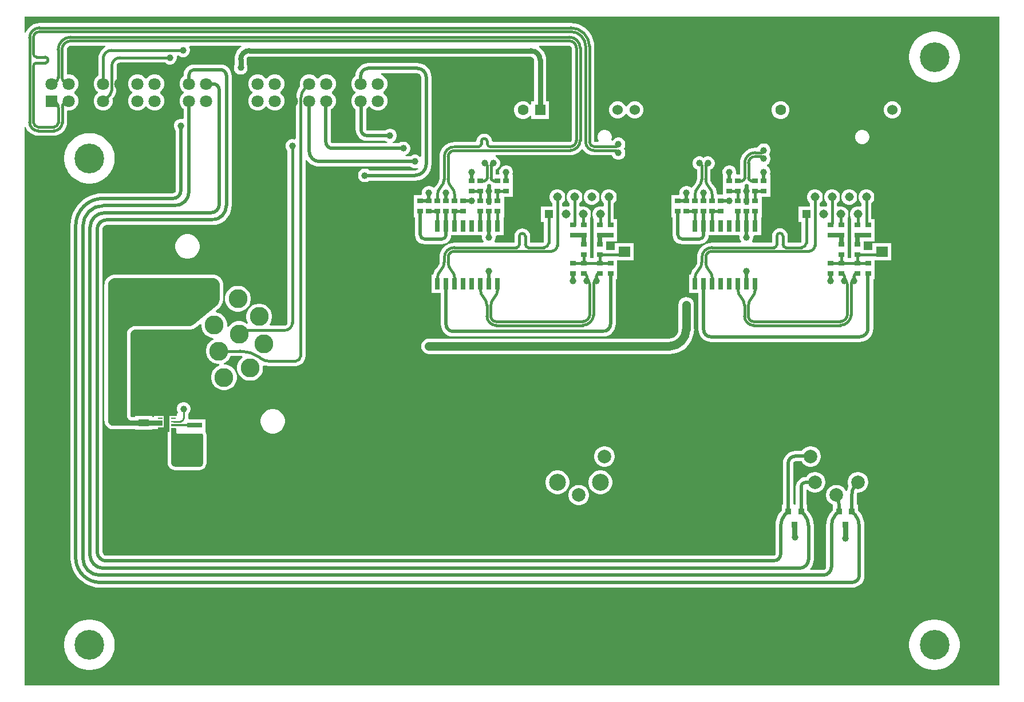
<source format=gbl>
G04*
G04 #@! TF.GenerationSoftware,Altium Limited,Altium Designer,24.5.2 (23)*
G04*
G04 Layer_Physical_Order=2*
G04 Layer_Color=16711680*
%FSLAX44Y44*%
%MOMM*%
G71*
G04*
G04 #@! TF.SameCoordinates,44D7EE50-CEF4-4518-91F5-DF1CE1C3C4A8*
G04*
G04*
G04 #@! TF.FilePolarity,Positive*
G04*
G01*
G75*
%ADD23C,0.7620*%
%ADD25C,0.3810*%
%ADD26C,0.5080*%
%ADD27C,1.2700*%
%ADD29C,2.0000*%
%ADD30C,2.5000*%
%ADD31R,1.3080X1.3080*%
%ADD32C,1.3080*%
%ADD33C,1.5240*%
%ADD34C,1.8000*%
%ADD35R,1.6000X1.6000*%
%ADD36C,1.6000*%
%ADD37C,4.4000*%
%ADD38R,1.8000X1.8000*%
%ADD39C,2.8000*%
%ADD40C,1.0000*%
%ADD41C,0.2540*%
%ADD42R,0.8890X0.7620*%
%ADD43R,0.7600X1.6700*%
%ADD44R,1.7780X1.5240*%
%ADD45R,1.0160X1.5240*%
%ADD46R,0.7400X0.2700*%
%ADD47R,0.8400X2.4000*%
%ADD48R,1.5240X1.0160*%
%ADD49R,2.2000X0.6500*%
%ADD50R,0.8200X0.9200*%
%ADD51C,0.6350*%
%ADD52R,1.7850X0.6850*%
%ADD53R,4.7565X0.7304*%
%ADD54R,3.4435X0.3108*%
%ADD55R,2.7741X0.7700*%
G36*
X1447521Y5179D02*
X5179D01*
Y831138D01*
X7211Y831440D01*
X7409Y830787D01*
X9261Y827323D01*
X11753Y824287D01*
X14789Y821795D01*
X18253Y819944D01*
X22011Y818803D01*
X25920Y818419D01*
Y818455D01*
X48286D01*
Y818419D01*
X52194Y818803D01*
X55953Y819944D01*
X59417Y821795D01*
X62453Y824287D01*
X64945Y827323D01*
X66796Y830787D01*
X67936Y834545D01*
X68321Y838454D01*
X68285D01*
Y855215D01*
X69002Y855765D01*
X72710D01*
X76291Y856725D01*
X79501Y858578D01*
X82123Y861200D01*
X83976Y864410D01*
X84936Y867991D01*
Y871699D01*
X83976Y875280D01*
X82123Y878490D01*
X79501Y881112D01*
X78779Y881529D01*
Y883561D01*
X79501Y883978D01*
X82123Y886600D01*
X83976Y889810D01*
X84936Y893391D01*
Y897099D01*
X83976Y900680D01*
X82123Y903890D01*
X79501Y906512D01*
X76291Y908365D01*
X72710Y909325D01*
X69002D01*
X67777Y910265D01*
Y945638D01*
X67756Y945795D01*
X68196Y948003D01*
X69535Y950008D01*
X71540Y951347D01*
X73748Y951787D01*
X73905Y951766D01*
X124782D01*
X125291Y949734D01*
X123280Y948659D01*
X120313Y946223D01*
X117877Y943256D01*
X116067Y939870D01*
X114953Y936196D01*
X114577Y932376D01*
X114611D01*
Y907436D01*
X113011Y906512D01*
X110389Y903890D01*
X108535Y900680D01*
X107576Y897099D01*
Y893391D01*
X108535Y889810D01*
X110389Y886600D01*
X113011Y883978D01*
X113733Y883561D01*
Y881529D01*
X113011Y881112D01*
X110389Y878490D01*
X108535Y875280D01*
X107576Y871699D01*
Y867991D01*
X108535Y864410D01*
X110389Y861200D01*
X113011Y858578D01*
X116221Y856725D01*
X119802Y855765D01*
X123510D01*
X127091Y856725D01*
X130301Y858578D01*
X132923Y861200D01*
X134776Y864410D01*
X135736Y867991D01*
Y871699D01*
X135258Y873483D01*
X136783Y875008D01*
X136783Y875008D01*
X136794Y874997D01*
X138772Y877407D01*
X140243Y880157D01*
X141148Y883142D01*
X141453Y886245D01*
X141437D01*
Y892956D01*
X141437Y894457D01*
X141470D01*
Y896033D01*
X141437D01*
X141437Y897533D01*
Y921476D01*
X141422Y921592D01*
X141815Y923571D01*
X143002Y925347D01*
X144779Y926534D01*
X146758Y926928D01*
X146874Y926913D01*
X213288D01*
X214309Y925892D01*
X216607Y924565D01*
X219171Y923878D01*
X221825D01*
X224389Y924565D01*
X226687Y925892D01*
X228564Y927769D01*
X229891Y930067D01*
X230578Y932631D01*
Y935285D01*
X230548Y935395D01*
X231911Y937241D01*
X233367Y937313D01*
X233867Y936814D01*
X236165Y935487D01*
X238729Y934800D01*
X241383D01*
X243946Y935487D01*
X246245Y936814D01*
X248122Y938691D01*
X249449Y940989D01*
X250136Y943553D01*
Y946207D01*
X249449Y948771D01*
X248893Y949734D01*
X250066Y951766D01*
X325476D01*
X325985Y949734D01*
X325795Y949632D01*
X322507Y946934D01*
X319808Y943645D01*
X317803Y939894D01*
X316568Y935823D01*
X316151Y931590D01*
X316179D01*
Y923601D01*
X315753Y922863D01*
X315066Y920299D01*
Y917645D01*
X315753Y915081D01*
X317080Y912783D01*
X318957Y910906D01*
X321255Y909579D01*
X323819Y908892D01*
X326473D01*
X329036Y909579D01*
X331335Y910906D01*
X333212Y912783D01*
X334539Y915081D01*
X335226Y917645D01*
Y920299D01*
X334539Y922863D01*
X334113Y923601D01*
Y931590D01*
X334104Y931656D01*
X334377Y933029D01*
X335192Y934249D01*
X336412Y935064D01*
X337785Y935337D01*
X337851Y935328D01*
X754222D01*
X754352Y935345D01*
X756079Y935002D01*
X757654Y933949D01*
X758707Y932374D01*
X759050Y930647D01*
X759033Y930517D01*
Y869630D01*
X754920D01*
Y865435D01*
X753664Y864856D01*
X752888Y864760D01*
X750631Y867017D01*
X747649Y868739D01*
X744322Y869630D01*
X740878D01*
X737551Y868739D01*
X734569Y867017D01*
X732133Y864581D01*
X730411Y861599D01*
X729520Y858272D01*
Y854828D01*
X730411Y851501D01*
X732133Y848519D01*
X734569Y846083D01*
X737551Y844361D01*
X740878Y843470D01*
X744322D01*
X747649Y844361D01*
X750631Y846083D01*
X752888Y848340D01*
X753664Y848244D01*
X754920Y847665D01*
Y843470D01*
X781080D01*
Y869630D01*
X776967D01*
Y930517D01*
X777000D01*
X776562Y934960D01*
X775266Y939233D01*
X773161Y943171D01*
X770328Y946623D01*
X766877Y949456D01*
X766356Y949734D01*
X766865Y951766D01*
X811174D01*
X811176Y951766D01*
X812513Y951500D01*
X813649Y950741D01*
X814407Y949606D01*
X814673Y948268D01*
X814673Y948267D01*
Y811714D01*
X814655D01*
X814463Y810747D01*
X813915Y809927D01*
X813095Y809379D01*
X812127Y809186D01*
Y809168D01*
X698686D01*
X696973Y809938D01*
X696581Y812922D01*
X695429Y815703D01*
X693597Y818090D01*
X691209Y819922D01*
X688428Y821074D01*
X685445Y821467D01*
X682461Y821074D01*
X679680Y819922D01*
X677293Y818090D01*
X675461Y815703D01*
X674309Y812922D01*
X673916Y809938D01*
X672203Y809168D01*
X641144D01*
Y809214D01*
X636845Y808791D01*
X632711Y807536D01*
X628901Y805500D01*
X625561Y802759D01*
X622821Y799420D01*
X620784Y795610D01*
X619530Y791476D01*
X619107Y787176D01*
X619153D01*
Y754831D01*
X618789Y752072D01*
X617604Y749210D01*
X616921Y748320D01*
X615660Y746810D01*
X615660Y746810D01*
X612891Y743435D01*
X612174Y742094D01*
X610164Y741796D01*
X609719Y742241D01*
X607421Y743568D01*
X604857Y744255D01*
X602203D01*
X599639Y743568D01*
X597341Y742241D01*
X595464Y740364D01*
X594137Y738065D01*
X593450Y735502D01*
Y732848D01*
X593517Y732596D01*
X592280Y730984D01*
X581305D01*
Y713204D01*
Y697964D01*
X583144D01*
Y671902D01*
X583089D01*
X583569Y668255D01*
X584977Y664856D01*
X587216Y661938D01*
X590135Y659699D01*
X593533Y658291D01*
X597180Y657811D01*
Y657866D01*
X622906D01*
Y657814D01*
X626467Y658283D01*
X629786Y659658D01*
X632637Y661845D01*
X634824Y664695D01*
X636199Y668014D01*
X636595Y671028D01*
X681131D01*
X682368Y669416D01*
X682350Y669347D01*
Y666693D01*
X683037Y664129D01*
X684218Y662083D01*
X683599Y660051D01*
X641144D01*
Y660096D01*
X636882Y659676D01*
X632784Y658433D01*
X629008Y656415D01*
X625698Y653698D01*
X622981Y650388D01*
X620962Y646611D01*
X619719Y642514D01*
X619300Y638252D01*
X619344D01*
Y632402D01*
X619365Y632249D01*
X618959Y629165D01*
X617709Y626148D01*
X616926Y625127D01*
X615660Y623620D01*
X615660Y623620D01*
X612891Y620245D01*
X610833Y616395D01*
X609678Y612588D01*
X607350D01*
Y585728D01*
X620050D01*
Y585728D01*
X621244D01*
Y539108D01*
X621223D01*
X621569Y535599D01*
X622592Y532225D01*
X624254Y529115D01*
X626491Y526389D01*
X629217Y524153D01*
X632326Y522491D01*
X635700Y521467D01*
X639209Y521121D01*
Y521142D01*
X861075D01*
Y521117D01*
X864759Y521480D01*
X868302Y522555D01*
X871567Y524300D01*
X874429Y526649D01*
X876778Y529511D01*
X878523Y532776D01*
X879598Y536319D01*
X879961Y540003D01*
X879936D01*
Y606044D01*
X881775D01*
Y621284D01*
Y633730D01*
X906700D01*
Y659130D01*
X878760D01*
Y649411D01*
X865813D01*
Y662178D01*
X881775D01*
Y677418D01*
Y695198D01*
X876795D01*
Y718400D01*
X876885Y718452D01*
X879048Y720615D01*
X880578Y723265D01*
X881370Y726220D01*
Y729280D01*
X880578Y732235D01*
X879048Y734885D01*
X876885Y737048D01*
X874235Y738578D01*
X871280Y739370D01*
X868220D01*
X865265Y738578D01*
X862615Y737048D01*
X860452Y734885D01*
X858922Y732235D01*
X858130Y729280D01*
Y726220D01*
X858922Y723265D01*
X860452Y720615D01*
X862615Y718452D01*
X862705Y718400D01*
Y714647D01*
X860673Y713409D01*
X858580Y713970D01*
X855520D01*
X852565Y713178D01*
X849915Y711648D01*
X847752Y709485D01*
X846222Y706835D01*
X845430Y703880D01*
Y700820D01*
X846222Y697865D01*
X846622Y697172D01*
X846763Y695198D01*
X846763Y695198D01*
X846763Y695198D01*
Y677418D01*
Y662178D01*
Y649224D01*
Y637219D01*
X841937D01*
Y649224D01*
Y662178D01*
Y677418D01*
Y695198D01*
X841937Y695198D01*
X841937D01*
X842078Y697172D01*
X842478Y697865D01*
X843270Y700820D01*
Y703880D01*
X842478Y706835D01*
X840948Y709485D01*
X838785Y711648D01*
X836135Y713178D01*
X833180Y713970D01*
X830120D01*
X828027Y713409D01*
X825995Y714647D01*
Y718400D01*
X826085Y718452D01*
X828248Y720615D01*
X829778Y723265D01*
X830570Y726220D01*
Y729280D01*
X829778Y732235D01*
X828248Y734885D01*
X826085Y737048D01*
X823435Y738578D01*
X820480Y739370D01*
X817420D01*
X814465Y738578D01*
X811815Y737048D01*
X809652Y734885D01*
X808122Y732235D01*
X807330Y729280D01*
Y726220D01*
X808122Y723265D01*
X809652Y720615D01*
X811815Y718452D01*
X811905Y718400D01*
Y714647D01*
X809873Y713409D01*
X807780Y713970D01*
X804720D01*
X802627Y713409D01*
X800595Y714647D01*
Y718400D01*
X800685Y718452D01*
X802848Y720615D01*
X804378Y723265D01*
X805170Y726220D01*
Y729280D01*
X804378Y732235D01*
X802848Y734885D01*
X800685Y737048D01*
X798035Y738578D01*
X795080Y739370D01*
X792020D01*
X789065Y738578D01*
X786415Y737048D01*
X784252Y734885D01*
X782722Y732235D01*
X781930Y729280D01*
Y726220D01*
X782722Y723265D01*
X784252Y720615D01*
X786415Y718452D01*
X786505Y718400D01*
Y713970D01*
X769230D01*
Y690730D01*
X773805D01*
Y660118D01*
X773738D01*
Y660051D01*
X753213D01*
Y669645D01*
X753251D01*
X752858Y672629D01*
X751706Y675409D01*
X749874Y677797D01*
X747487Y679629D01*
X744706Y680781D01*
X741722Y681173D01*
X738739Y680781D01*
X735958Y679629D01*
X733570Y677797D01*
X731738Y675409D01*
X730587Y672629D01*
X730194Y669645D01*
X730232D01*
Y660051D01*
X701261D01*
X700642Y662083D01*
X701823Y664129D01*
X702510Y666693D01*
Y669347D01*
X702491Y669416D01*
X703728Y671028D01*
X714010D01*
Y697888D01*
X714655Y698218D01*
Y713458D01*
Y727825D01*
X727355D01*
Y743065D01*
Y760845D01*
X727355D01*
X727296Y760922D01*
X727910Y763213D01*
Y765867D01*
X727223Y768431D01*
X725896Y770729D01*
X724019Y772606D01*
X721721Y773933D01*
X719157Y774620D01*
X716503D01*
X713939Y773933D01*
X711641Y772606D01*
X709764Y770729D01*
X708437Y768431D01*
X707750Y765867D01*
Y763213D01*
X707952Y762457D01*
X706715Y760845D01*
X702250D01*
Y768443D01*
X702572Y768529D01*
X704870Y769856D01*
X706747Y771733D01*
X708074Y774031D01*
X708761Y776595D01*
Y779249D01*
X708074Y781813D01*
X706747Y784111D01*
X704870Y785988D01*
X702572Y787315D01*
X702040Y787458D01*
X702307Y789490D01*
X812127D01*
Y789443D01*
X816472Y789871D01*
X820650Y791138D01*
X824501Y793196D01*
X827876Y795966D01*
X829531Y797983D01*
X830477Y798103D01*
X832037Y797833D01*
X834152Y795255D01*
X837154Y792792D01*
X840578Y790962D01*
X844293Y789835D01*
X848157Y789454D01*
Y789490D01*
X874387D01*
X874473Y789168D01*
X875800Y786870D01*
X877677Y784993D01*
X879975Y783666D01*
X882539Y782979D01*
X885193D01*
X887757Y783666D01*
X890055Y784993D01*
X891932Y786870D01*
X893259Y789168D01*
X893946Y791732D01*
Y794386D01*
X893259Y796950D01*
X891932Y799248D01*
X891851Y799329D01*
X891932Y799410D01*
X893259Y801708D01*
X893946Y804272D01*
Y806926D01*
X893259Y809490D01*
X891932Y811788D01*
X890055Y813665D01*
X887757Y814992D01*
X885193Y815679D01*
X882539D01*
X879975Y814992D01*
X877677Y813665D01*
X875800Y811788D01*
X875115Y810603D01*
X874426D01*
X873222Y812582D01*
X873940Y815262D01*
Y818038D01*
X873222Y820718D01*
X871834Y823122D01*
X869872Y825084D01*
X867468Y826472D01*
X864788Y827190D01*
X862012D01*
X859332Y826472D01*
X856928Y825084D01*
X854966Y823122D01*
X853578Y820718D01*
X852860Y818038D01*
Y815262D01*
X853578Y812582D01*
X854376Y811200D01*
X853203Y809168D01*
X848157D01*
Y809233D01*
X848138Y809241D01*
X848130Y809260D01*
X848065D01*
Y950468D01*
X848112D01*
X847684Y955909D01*
X846410Y961215D01*
X844321Y966257D01*
X841470Y970910D01*
X837926Y975060D01*
X833776Y978604D01*
X829123Y981456D01*
X824081Y983544D01*
X818774Y984818D01*
X813334Y985246D01*
Y985199D01*
X27716D01*
Y985244D01*
X23455Y984825D01*
X19358Y983582D01*
X15582Y981563D01*
X12273Y978847D01*
X9556Y975537D01*
X7538Y971762D01*
X7211Y970685D01*
X5179Y970986D01*
Y994821D01*
X1447521D01*
Y5179D01*
D02*
G37*
G36*
X693571Y746335D02*
X695605Y745493D01*
Y743065D01*
Y727825D01*
Y715998D01*
X689255D01*
Y731238D01*
X689217D01*
Y743065D01*
Y745493D01*
X691251Y746335D01*
X692411Y747225D01*
X693571Y746335D01*
D02*
G37*
%LPC*%
G36*
X586258Y925932D02*
Y925896D01*
X513837D01*
Y925921D01*
X510151Y925558D01*
X506607Y924483D01*
X503341Y922737D01*
X500478Y920388D01*
X498129Y917525D01*
X496383Y914259D01*
X495308Y910715D01*
X494947Y907053D01*
X494011Y906512D01*
X491389Y903890D01*
X489535Y900680D01*
X488576Y897099D01*
Y893391D01*
X489535Y889810D01*
X491389Y886600D01*
X494011Y883978D01*
X494733Y883561D01*
Y881529D01*
X494011Y881112D01*
X491389Y878490D01*
X489535Y875280D01*
X488576Y871699D01*
Y867991D01*
X489535Y864410D01*
X491389Y861200D01*
X494011Y858578D01*
X495260Y857857D01*
Y827855D01*
X495244D01*
X495569Y824555D01*
X496532Y821382D01*
X498095Y818458D01*
X500198Y815895D01*
X502762Y813791D01*
X505686Y812228D01*
X508859Y811265D01*
X512159Y810940D01*
Y810956D01*
X539302D01*
X539683Y810576D01*
X541981Y809249D01*
X541487Y807278D01*
X460839D01*
Y807301D01*
X460073Y807453D01*
X459424Y807886D01*
X458991Y808535D01*
X458838Y809301D01*
X458816D01*
Y857605D01*
X460501Y858578D01*
X463123Y861200D01*
X464976Y864410D01*
X465936Y867991D01*
Y871699D01*
X464976Y875280D01*
X463123Y878490D01*
X460501Y881112D01*
X459779Y881529D01*
Y883561D01*
X460501Y883978D01*
X463123Y886600D01*
X464976Y889810D01*
X465936Y893391D01*
Y897099D01*
X464976Y900680D01*
X463123Y903890D01*
X460501Y906512D01*
X457291Y908365D01*
X453710Y909325D01*
X450002D01*
X446421Y908365D01*
X443211Y906512D01*
X440589Y903890D01*
X440172Y903168D01*
X438140D01*
X437723Y903890D01*
X435101Y906512D01*
X431891Y908365D01*
X428310Y909325D01*
X424602D01*
X421021Y908365D01*
X417811Y906512D01*
X415189Y903890D01*
X413335Y900680D01*
X412376Y897099D01*
Y893391D01*
X412960Y891212D01*
X412911Y891154D01*
X410247Y886808D01*
X408297Y882098D01*
X407107Y877142D01*
X406754Y872663D01*
X406707Y872060D01*
X406408Y870634D01*
Y869056D01*
X406477Y868890D01*
X406746Y868632D01*
Y814198D01*
X404715Y813003D01*
X402927Y813482D01*
X400273D01*
X397709Y812795D01*
X395411Y811468D01*
X393534Y809591D01*
X392207Y807293D01*
X391520Y804729D01*
Y802075D01*
X392207Y799511D01*
X393534Y797213D01*
X394554Y796192D01*
Y541935D01*
X394563Y541872D01*
X394228Y540190D01*
X393240Y538712D01*
X391761Y537723D01*
X390080Y537389D01*
X390017Y537397D01*
X368654D01*
X367743Y539429D01*
X369369Y541862D01*
X370807Y545335D01*
X371540Y549021D01*
Y552779D01*
X370807Y556465D01*
X369369Y559938D01*
X367280Y563063D01*
X364623Y565720D01*
X361498Y567808D01*
X358025Y569247D01*
X354339Y569980D01*
X350581D01*
X346895Y569247D01*
X343422Y567808D01*
X340297Y565720D01*
X337640Y563063D01*
X335551Y559938D01*
X334113Y556465D01*
X333380Y552779D01*
Y549021D01*
X334113Y545335D01*
X335551Y541862D01*
X335891Y541354D01*
X334426Y539889D01*
X331688Y541718D01*
X328215Y543157D01*
X324529Y543890D01*
X320771D01*
X317085Y543157D01*
X313612Y541718D01*
X310487Y539630D01*
X307830Y536973D01*
X307108Y535892D01*
X305795Y536136D01*
X305120Y536575D01*
Y540019D01*
X304387Y543705D01*
X302948Y547178D01*
X300860Y550303D01*
X298203Y552960D01*
X295078Y555048D01*
X291605Y556487D01*
X288749Y557055D01*
X288118Y559174D01*
X291745Y562194D01*
X292143Y562460D01*
X292534Y562851D01*
X293194Y563400D01*
X293344Y563586D01*
X293542Y563718D01*
X294517Y564693D01*
X294800Y565117D01*
X295161Y565478D01*
X296693Y567771D01*
X296889Y568242D01*
X297172Y568666D01*
X298227Y571214D01*
X298327Y571715D01*
X298522Y572186D01*
X299060Y574891D01*
X299060Y575401D01*
X299060Y575401D01*
X299160Y575901D01*
X299159Y577280D01*
X299160Y598387D01*
X299160Y598388D01*
X299160Y599291D01*
X299060Y599792D01*
X299060Y600302D01*
X298707Y602076D01*
X298512Y602547D01*
X298412Y603047D01*
X297721Y604718D01*
X297437Y605142D01*
X297242Y605614D01*
X296237Y607117D01*
X295876Y607478D01*
X295593Y607902D01*
X294314Y609181D01*
X293890Y609464D01*
X293529Y609825D01*
X292026Y610830D01*
X291554Y611025D01*
X291130Y611309D01*
X289459Y612001D01*
X288959Y612100D01*
X288488Y612295D01*
X286714Y612648D01*
X286204Y612648D01*
X285703Y612747D01*
X284799Y612747D01*
X138964Y612747D01*
X137963D01*
X137463Y612648D01*
X136953D01*
X134990Y612258D01*
X134518Y612062D01*
X134018Y611963D01*
X132169Y611197D01*
X131745Y610914D01*
X131274Y610718D01*
X129610Y609606D01*
X129249Y609246D01*
X128825Y608962D01*
X127409Y607547D01*
X127126Y607123D01*
X126765Y606762D01*
X125653Y605098D01*
X125458Y604627D01*
X125175Y604203D01*
X124409Y602354D01*
X124310Y601853D01*
X124114Y601382D01*
X123724Y599419D01*
Y598909D01*
X123624Y598409D01*
Y597408D01*
Y397250D01*
X123624Y396447D01*
X123724Y395947D01*
Y395437D01*
X124037Y393862D01*
X124232Y393391D01*
X124332Y392891D01*
X124946Y391407D01*
X125230Y390983D01*
X125425Y390512D01*
X126317Y389177D01*
X126677Y388816D01*
X126961Y388392D01*
X128096Y387257D01*
X128520Y386973D01*
X128881Y386613D01*
X130216Y385721D01*
X130687Y385526D01*
X131111Y385242D01*
X132594Y384628D01*
X133095Y384528D01*
X133566Y384333D01*
X135141Y384020D01*
X135651D01*
X136151Y383920D01*
X136954Y383921D01*
X169190D01*
Y383338D01*
X194590D01*
Y383921D01*
X209631D01*
X210131Y384020D01*
X214711D01*
Y388600D01*
X214811Y389100D01*
Y396800D01*
X214711Y397300D01*
Y406880D01*
X197151D01*
Y401979D01*
X194590D01*
Y403658D01*
X169190D01*
Y401979D01*
X164461D01*
X164226Y401991D01*
X163641Y402107D01*
X163209Y402286D01*
X162820Y402546D01*
X162490Y402877D01*
X162230Y403265D01*
X162051Y403698D01*
X161935Y404282D01*
X161923Y404517D01*
X161923Y523621D01*
X161962Y524402D01*
X162291Y526055D01*
X162887Y527494D01*
X163752Y528790D01*
X164854Y529891D01*
X166149Y530757D01*
X167589Y531353D01*
X169242Y531682D01*
X170023Y531720D01*
X248540Y531721D01*
X249852Y531721D01*
X250352Y531820D01*
X250863D01*
X253436Y532332D01*
X253846Y532502D01*
X254105Y532553D01*
X254167Y532579D01*
X254408Y532627D01*
X256833Y533631D01*
X257037Y533768D01*
X257578Y533992D01*
X260703Y536080D01*
X262292Y537669D01*
X264928Y539864D01*
X266960Y538912D01*
Y536261D01*
X267693Y532575D01*
X269132Y529102D01*
X271220Y525977D01*
X273877Y523320D01*
X277002Y521231D01*
X280475Y519793D01*
X284161Y519060D01*
X284236D01*
X284640Y517028D01*
X283772Y516669D01*
X280647Y514580D01*
X277990Y511923D01*
X275902Y508798D01*
X274463Y505326D01*
X273730Y501639D01*
Y497881D01*
X274463Y494195D01*
X275902Y490722D01*
X277990Y487597D01*
X280647Y484940D01*
X283772Y482851D01*
X287245Y481413D01*
X290931Y480680D01*
X293085D01*
X293489Y478648D01*
X291462Y477808D01*
X288337Y475720D01*
X285680Y473063D01*
X283591Y469938D01*
X282153Y466465D01*
X281420Y462779D01*
Y459021D01*
X282153Y455335D01*
X283591Y451862D01*
X285680Y448737D01*
X288337Y446080D01*
X291462Y443992D01*
X294935Y442553D01*
X298621Y441820D01*
X302379D01*
X306066Y442553D01*
X309538Y443992D01*
X312663Y446080D01*
X315320Y448737D01*
X317409Y451862D01*
X318847Y455335D01*
X319580Y459021D01*
Y462779D01*
X318847Y466465D01*
X317409Y469938D01*
X315320Y473063D01*
X312663Y475720D01*
X309538Y477808D01*
X306066Y479247D01*
X302379Y479980D01*
X300225D01*
X299821Y482012D01*
X301848Y482851D01*
X304973Y484940D01*
X307630Y487597D01*
X309718Y490722D01*
X310544Y492715D01*
X321539D01*
X323567Y492715D01*
X323567Y492715D01*
X323570Y492715D01*
X325560Y492615D01*
X327347Y492498D01*
X327902Y490425D01*
X326907Y489760D01*
X324250Y487103D01*
X322161Y483978D01*
X320723Y480505D01*
X319990Y476819D01*
Y473061D01*
X320723Y469375D01*
X322161Y465902D01*
X324250Y462777D01*
X326907Y460120D01*
X330032Y458032D01*
X333505Y456593D01*
X337191Y455860D01*
X340949D01*
X344636Y456593D01*
X348108Y458032D01*
X351233Y460120D01*
X353890Y462777D01*
X355979Y465902D01*
X357417Y469375D01*
X358150Y473061D01*
Y476819D01*
X358011Y477518D01*
X359517Y478883D01*
X361679Y478227D01*
X366724Y477730D01*
Y477794D01*
X406267D01*
Y477729D01*
X410055Y478228D01*
X413585Y479690D01*
X416616Y482016D01*
X418941Y485047D01*
X420403Y488576D01*
X420902Y492364D01*
X420837D01*
Y782075D01*
X422869Y782418D01*
X425446Y779278D01*
X428923Y776424D01*
X432890Y774304D01*
X437194Y772998D01*
X441671Y772558D01*
Y772602D01*
X576386D01*
X576767Y772222D01*
X579065Y770895D01*
X581629Y770208D01*
X584283D01*
X586007Y770670D01*
X587832Y769656D01*
X588125Y769287D01*
X588137Y769088D01*
X587503Y768602D01*
X585310Y767693D01*
X583019Y767392D01*
X582956Y767400D01*
X515357D01*
X514977Y767780D01*
X512678Y769107D01*
X510115Y769794D01*
X507461D01*
X504897Y769107D01*
X502599Y767780D01*
X500722Y765903D01*
X499395Y763605D01*
X498708Y761041D01*
Y758387D01*
X499395Y755823D01*
X500722Y753525D01*
X502599Y751648D01*
X504897Y750321D01*
X507461Y749634D01*
X510115D01*
X512678Y750321D01*
X514977Y751648D01*
X515357Y752028D01*
X582956D01*
Y751976D01*
X587736Y752447D01*
X592332Y753841D01*
X596568Y756105D01*
X600281Y759153D01*
X603329Y762865D01*
X605593Y767102D01*
X606987Y771698D01*
X607458Y776478D01*
X607406D01*
Y904748D01*
X607442D01*
X607035Y908881D01*
X605829Y912855D01*
X603872Y916517D01*
X601237Y919727D01*
X598027Y922362D01*
X594365Y924320D01*
X590391Y925525D01*
X586258Y925932D01*
D02*
G37*
G36*
X295100Y923878D02*
Y923864D01*
X256172D01*
Y923871D01*
X253205Y923579D01*
X250352Y922713D01*
X247722Y921308D01*
X245417Y919417D01*
X243526Y917112D01*
X242120Y914482D01*
X241255Y911629D01*
X240963Y908662D01*
X240963D01*
X240527Y906810D01*
X240011Y906512D01*
X237389Y903890D01*
X235536Y900680D01*
X234576Y897099D01*
Y893391D01*
X235536Y889810D01*
X237389Y886600D01*
X240011Y883978D01*
X240733Y883561D01*
Y881529D01*
X240011Y881112D01*
X237389Y878490D01*
X235536Y875280D01*
X234576Y871699D01*
Y867991D01*
X235536Y864410D01*
X237389Y861200D01*
X240011Y858578D01*
X240970Y858024D01*
Y844565D01*
X238938Y843006D01*
X237956Y843269D01*
X235302D01*
X232738Y842582D01*
X230440Y841255D01*
X228563Y839379D01*
X227236Y837080D01*
X226549Y834516D01*
Y831862D01*
X227236Y829298D01*
X228563Y827000D01*
X228943Y826620D01*
Y737303D01*
X228949Y737258D01*
X228656Y735786D01*
X227797Y734500D01*
X226511Y733641D01*
X225039Y733348D01*
X224993Y733354D01*
X121412D01*
Y733391D01*
X115146Y732980D01*
X108987Y731755D01*
X103041Y729736D01*
X97409Y726959D01*
X92187Y723470D01*
X87466Y719330D01*
X83325Y714609D01*
X79837Y709387D01*
X77059Y703755D01*
X75041Y697809D01*
X73815Y691650D01*
X73405Y685384D01*
X73442D01*
Y193779D01*
X73442Y193778D01*
X73442Y193776D01*
X73442Y192239D01*
X73442Y192239D01*
X73442Y192118D01*
X73442Y192117D01*
X73442Y192117D01*
X73488Y191765D01*
X73488D01*
X73526Y191475D01*
X73752Y188033D01*
X74878Y182374D01*
X76732Y176911D01*
X79284Y171737D01*
X82489Y166940D01*
X86293Y162602D01*
X90631Y158798D01*
X95428Y155593D01*
X100602Y153041D01*
X106066Y151187D01*
X111724Y150061D01*
X117481Y149684D01*
X118629Y149759D01*
X118876Y149734D01*
X119395Y149751D01*
X1229652Y149751D01*
Y149730D01*
X1233185Y150078D01*
X1236582Y151108D01*
X1239713Y152782D01*
X1242457Y155034D01*
X1244709Y157778D01*
X1246383Y160909D01*
X1247413Y164306D01*
X1247761Y167839D01*
X1247740D01*
Y241135D01*
X1247776D01*
X1247368Y246316D01*
X1246155Y251370D01*
X1244166Y256172D01*
X1241450Y260604D01*
X1239623Y262743D01*
X1239632Y262751D01*
X1239295Y263191D01*
X1238764Y263599D01*
X1238160Y264386D01*
Y272410D01*
X1236666D01*
Y286109D01*
X1236652Y286214D01*
X1236982Y289569D01*
X1237301Y290620D01*
X1239535D01*
X1242449Y291199D01*
X1245193Y292336D01*
X1247663Y293987D01*
X1249763Y296087D01*
X1251414Y298557D01*
X1252551Y301301D01*
X1253130Y304215D01*
Y307185D01*
X1252551Y310099D01*
X1251414Y312843D01*
X1249763Y315313D01*
X1247663Y317413D01*
X1245193Y319064D01*
X1242449Y320201D01*
X1239535Y320780D01*
X1236565D01*
X1233651Y320201D01*
X1230907Y319064D01*
X1228437Y317413D01*
X1226337Y315313D01*
X1224686Y312843D01*
X1223549Y310099D01*
X1222970Y307185D01*
Y304215D01*
X1223549Y301301D01*
X1224241Y299632D01*
X1222879Y296344D01*
X1222118Y293177D01*
X1219988Y293009D01*
X1219664Y293793D01*
X1218013Y296263D01*
X1215913Y298363D01*
X1213443Y300014D01*
X1210699Y301150D01*
X1207785Y301730D01*
X1204815D01*
X1201901Y301150D01*
X1199157Y300014D01*
X1196687Y298363D01*
X1194587Y296263D01*
X1192936Y293793D01*
X1191799Y291049D01*
X1191220Y288135D01*
Y285165D01*
X1191799Y282251D01*
X1192936Y279507D01*
X1194587Y277037D01*
X1196687Y274937D01*
X1199157Y273286D01*
X1199157Y273286D01*
X1199243Y273243D01*
X1200800Y272410D01*
Y264456D01*
X1199823Y263313D01*
X1199665Y263191D01*
X1199182Y262561D01*
X1197510Y260604D01*
X1194794Y256172D01*
X1192805Y251370D01*
X1191591Y246316D01*
X1191184Y241135D01*
X1191220D01*
Y180459D01*
X1191232Y180366D01*
X1190886Y178627D01*
X1189849Y177074D01*
X1188296Y176036D01*
X1186556Y175690D01*
X1186463Y175703D01*
X1168359D01*
X1167398Y177735D01*
X1169353Y180117D01*
X1171267Y183698D01*
X1172446Y187583D01*
X1172843Y191624D01*
X1172810D01*
Y241135D01*
X1172846D01*
X1172438Y246316D01*
X1171225Y251370D01*
X1169236Y256172D01*
X1166520Y260604D01*
X1164693Y262743D01*
X1164702Y262751D01*
X1164365Y263191D01*
X1163834Y263599D01*
X1163230Y264386D01*
Y272410D01*
X1161736D01*
Y294314D01*
X1163768Y295156D01*
X1164937Y293987D01*
X1167407Y292336D01*
X1170151Y291199D01*
X1173065Y290620D01*
X1176035D01*
X1178949Y291199D01*
X1181693Y292336D01*
X1184163Y293987D01*
X1186263Y296087D01*
X1187914Y298557D01*
X1189051Y301301D01*
X1189630Y304215D01*
Y307185D01*
X1189051Y310099D01*
X1187914Y312843D01*
X1186263Y315313D01*
X1184163Y317413D01*
X1181693Y319064D01*
X1178949Y320201D01*
X1176035Y320780D01*
X1173065D01*
X1170151Y320201D01*
X1167407Y319064D01*
X1164937Y317413D01*
X1162837Y315313D01*
X1162553Y314889D01*
X1161129Y313447D01*
X1157292Y312942D01*
X1153716Y311460D01*
X1150645Y309104D01*
X1149141Y307144D01*
X1148289Y306034D01*
X1146808Y302458D01*
X1146303Y298621D01*
X1146364D01*
Y273708D01*
X1144870Y272410D01*
X1144768D01*
X1142736Y273708D01*
Y333908D01*
X1142747D01*
X1142943Y334889D01*
X1143499Y335721D01*
X1144331Y336277D01*
X1145312Y336472D01*
Y336484D01*
X1154952D01*
X1156487Y334187D01*
X1158587Y332087D01*
X1161057Y330436D01*
X1163801Y329300D01*
X1166715Y328720D01*
X1169685D01*
X1172599Y329300D01*
X1175343Y330436D01*
X1177813Y332087D01*
X1179913Y334187D01*
X1181564Y336657D01*
X1182701Y339401D01*
X1183280Y342315D01*
Y345285D01*
X1182701Y348199D01*
X1181564Y350943D01*
X1179913Y353413D01*
X1177813Y355513D01*
X1175343Y357164D01*
X1172599Y358301D01*
X1169685Y358880D01*
X1166715D01*
X1163801Y358301D01*
X1161057Y357164D01*
X1158587Y355513D01*
X1156487Y353413D01*
X1155446Y351856D01*
X1145312D01*
Y351876D01*
X1141806Y351531D01*
X1138436Y350509D01*
X1135329Y348848D01*
X1132606Y346614D01*
X1130371Y343891D01*
X1128711Y340784D01*
X1127689Y337413D01*
X1127343Y333908D01*
X1127364D01*
Y272410D01*
X1125870D01*
Y264456D01*
X1124893Y263313D01*
X1124735Y263191D01*
X1124251Y262561D01*
X1122579Y260604D01*
X1119864Y256172D01*
X1117875Y251370D01*
X1116662Y246316D01*
X1116254Y241135D01*
X1116290D01*
Y199824D01*
X1116285D01*
X1116063Y198706D01*
X1115430Y197759D01*
X1114483Y197127D01*
X1113366Y196904D01*
Y196899D01*
X126454D01*
X126442Y196899D01*
X126311Y196882D01*
X124204Y197301D01*
X122261Y198600D01*
X121211Y200171D01*
X120873Y202065D01*
X120787Y202274D01*
X120596Y204297D01*
X120596Y680023D01*
X120572Y680202D01*
X121014Y682426D01*
X121977Y683866D01*
X122376Y684463D01*
X122972Y684861D01*
X124413Y685824D01*
X126636Y686266D01*
X126816Y686242D01*
X282623D01*
Y686218D01*
X287180Y686577D01*
X291625Y687644D01*
X295849Y689393D01*
X299747Y691782D01*
X303223Y694751D01*
X306192Y698227D01*
X308581Y702125D01*
X310330Y706349D01*
X311397Y710794D01*
X311756Y715351D01*
X311732D01*
Y907232D01*
X311746D01*
X311427Y910480D01*
X310479Y913602D01*
X308941Y916480D01*
X306871Y919003D01*
X304348Y921073D01*
X301471Y922611D01*
X298348Y923558D01*
X295100Y923878D01*
D02*
G37*
G36*
X377510Y909325D02*
X373802D01*
X370221Y908365D01*
X367011Y906512D01*
X364389Y903890D01*
X363972Y903168D01*
X361940D01*
X361523Y903890D01*
X358901Y906512D01*
X355691Y908365D01*
X352110Y909325D01*
X348402D01*
X344821Y908365D01*
X341611Y906512D01*
X338989Y903890D01*
X337136Y900680D01*
X336176Y897099D01*
Y893391D01*
X337136Y889810D01*
X338989Y886600D01*
X341611Y883978D01*
X342333Y883561D01*
Y881529D01*
X341611Y881112D01*
X338989Y878490D01*
X337136Y875280D01*
X336176Y871699D01*
Y867991D01*
X337136Y864410D01*
X338989Y861200D01*
X341611Y858578D01*
X344821Y856725D01*
X348402Y855765D01*
X352110D01*
X355691Y856725D01*
X358901Y858578D01*
X361523Y861200D01*
X361940Y861922D01*
X363972D01*
X364389Y861200D01*
X367011Y858578D01*
X370221Y856725D01*
X373802Y855765D01*
X377510D01*
X381091Y856725D01*
X384301Y858578D01*
X386923Y861200D01*
X388776Y864410D01*
X389736Y867991D01*
Y871699D01*
X388776Y875280D01*
X386923Y878490D01*
X384301Y881112D01*
X383579Y881529D01*
Y883561D01*
X384301Y883978D01*
X386923Y886600D01*
X388776Y889810D01*
X389736Y893391D01*
Y897099D01*
X388776Y900680D01*
X386923Y903890D01*
X384301Y906512D01*
X381091Y908365D01*
X377510Y909325D01*
D02*
G37*
G36*
X199710D02*
X196002D01*
X192421Y908365D01*
X189211Y906512D01*
X186589Y903890D01*
X186172Y903168D01*
X184140D01*
X183723Y903890D01*
X181101Y906512D01*
X177891Y908365D01*
X174310Y909325D01*
X170602D01*
X167021Y908365D01*
X163811Y906512D01*
X161189Y903890D01*
X159335Y900680D01*
X158376Y897099D01*
Y893391D01*
X159335Y889810D01*
X161189Y886600D01*
X163811Y883978D01*
X164533Y883561D01*
Y881529D01*
X163811Y881112D01*
X161189Y878490D01*
X159335Y875280D01*
X158376Y871699D01*
Y867991D01*
X159335Y864410D01*
X161189Y861200D01*
X163811Y858578D01*
X167021Y856725D01*
X170602Y855765D01*
X174310D01*
X177891Y856725D01*
X181101Y858578D01*
X183723Y861200D01*
X184140Y861922D01*
X186172D01*
X186589Y861200D01*
X189211Y858578D01*
X192421Y856725D01*
X196002Y855765D01*
X199710D01*
X203291Y856725D01*
X206501Y858578D01*
X209123Y861200D01*
X210976Y864410D01*
X211936Y867991D01*
Y871699D01*
X210976Y875280D01*
X209123Y878490D01*
X206501Y881112D01*
X205779Y881529D01*
Y883561D01*
X206501Y883978D01*
X209123Y886600D01*
X210976Y889810D01*
X211936Y893391D01*
Y897099D01*
X210976Y900680D01*
X209123Y903890D01*
X206501Y906512D01*
X203291Y908365D01*
X199710Y909325D01*
D02*
G37*
G36*
X1353797Y972328D02*
X1348903D01*
X1344052Y971689D01*
X1339326Y970423D01*
X1334805Y968550D01*
X1330567Y966104D01*
X1326685Y963125D01*
X1323225Y959665D01*
X1320246Y955783D01*
X1317800Y951545D01*
X1315927Y947024D01*
X1314661Y942298D01*
X1314022Y937447D01*
Y932553D01*
X1314661Y927702D01*
X1315927Y922976D01*
X1317800Y918455D01*
X1320246Y914217D01*
X1323225Y910335D01*
X1326685Y906875D01*
X1330567Y903896D01*
X1334805Y901450D01*
X1339326Y899577D01*
X1344052Y898311D01*
X1348903Y897672D01*
X1353797D01*
X1358648Y898311D01*
X1363374Y899577D01*
X1367895Y901450D01*
X1372133Y903896D01*
X1376015Y906875D01*
X1379475Y910335D01*
X1382454Y914217D01*
X1384900Y918455D01*
X1386773Y922976D01*
X1388039Y927702D01*
X1388678Y932553D01*
Y937447D01*
X1388039Y942298D01*
X1386773Y947024D01*
X1384900Y951545D01*
X1382454Y955783D01*
X1379475Y959665D01*
X1376015Y963125D01*
X1372133Y966104D01*
X1367895Y968550D01*
X1363374Y970423D01*
X1358648Y971689D01*
X1353797Y972328D01*
D02*
G37*
G36*
X909672Y869250D02*
X906328D01*
X903098Y868384D01*
X900202Y866712D01*
X897837Y864348D01*
X896420Y861893D01*
X895467Y861681D01*
X895133D01*
X894180Y861893D01*
X892762Y864348D01*
X890398Y866712D01*
X887502Y868384D01*
X884272Y869250D01*
X880928D01*
X877698Y868384D01*
X874802Y866712D01*
X872437Y864348D01*
X870765Y861452D01*
X869900Y858222D01*
Y854878D01*
X870765Y851648D01*
X872437Y848752D01*
X874802Y846387D01*
X877698Y844715D01*
X880928Y843850D01*
X884272D01*
X887502Y844715D01*
X890398Y846387D01*
X892762Y848752D01*
X894180Y851207D01*
X895133Y851419D01*
X895467D01*
X896420Y851207D01*
X897837Y848752D01*
X900202Y846387D01*
X903098Y844715D01*
X906328Y843850D01*
X909672D01*
X912902Y844715D01*
X915798Y846387D01*
X918162Y848752D01*
X919834Y851648D01*
X920700Y854878D01*
Y858222D01*
X919834Y861452D01*
X918162Y864348D01*
X915798Y866712D01*
X912902Y868384D01*
X909672Y869250D01*
D02*
G37*
G36*
X1290672D02*
X1287328D01*
X1284098Y868384D01*
X1281202Y866712D01*
X1278837Y864348D01*
X1277165Y861452D01*
X1276300Y858222D01*
Y854878D01*
X1277165Y851648D01*
X1278837Y848752D01*
X1281202Y846387D01*
X1284098Y844715D01*
X1287328Y843850D01*
X1290672D01*
X1293902Y844715D01*
X1296798Y846387D01*
X1299162Y848752D01*
X1300834Y851648D01*
X1301700Y854878D01*
Y858222D01*
X1300834Y861452D01*
X1299162Y864348D01*
X1296798Y866712D01*
X1293902Y868384D01*
X1290672Y869250D01*
D02*
G37*
G36*
X1125322Y869630D02*
X1121878D01*
X1118551Y868739D01*
X1115569Y867017D01*
X1113133Y864581D01*
X1111411Y861599D01*
X1110520Y858272D01*
Y854828D01*
X1111411Y851501D01*
X1113133Y848519D01*
X1115569Y846083D01*
X1118551Y844361D01*
X1121878Y843470D01*
X1125322D01*
X1128649Y844361D01*
X1131631Y846083D01*
X1134067Y848519D01*
X1135789Y851501D01*
X1136680Y854828D01*
Y858272D01*
X1135789Y861599D01*
X1134067Y864581D01*
X1131631Y867017D01*
X1128649Y868739D01*
X1125322Y869630D01*
D02*
G37*
G36*
X1245788Y827190D02*
X1243012D01*
X1240332Y826472D01*
X1237928Y825084D01*
X1235966Y823122D01*
X1234578Y820718D01*
X1233860Y818038D01*
Y815262D01*
X1234578Y812582D01*
X1235966Y810178D01*
X1237928Y808216D01*
X1240332Y806828D01*
X1243012Y806110D01*
X1245788D01*
X1248468Y806828D01*
X1250872Y808216D01*
X1252834Y810178D01*
X1254222Y812582D01*
X1254940Y815262D01*
Y818038D01*
X1254222Y820718D01*
X1252834Y823122D01*
X1250872Y825084D01*
X1248468Y826472D01*
X1245788Y827190D01*
D02*
G37*
G36*
X1100157Y807052D02*
X1097503D01*
X1094939Y806365D01*
X1092641Y805038D01*
X1090764Y803161D01*
X1089437Y800863D01*
X1089351Y800541D01*
X1086384D01*
Y800591D01*
X1081924Y800152D01*
X1077635Y798851D01*
X1073682Y796738D01*
X1070218Y793895D01*
X1067375Y790431D01*
X1065262Y786478D01*
X1063961Y782189D01*
X1063522Y777729D01*
X1063572D01*
Y760845D01*
X1059144D01*
X1057907Y762457D01*
X1058110Y763213D01*
Y765867D01*
X1057423Y768431D01*
X1056096Y770729D01*
X1054219Y772606D01*
X1051920Y773933D01*
X1049357Y774620D01*
X1046703D01*
X1044139Y773933D01*
X1041841Y772606D01*
X1039964Y770729D01*
X1038637Y768431D01*
X1037950Y765867D01*
Y763213D01*
X1038564Y760922D01*
X1038505Y760845D01*
X1038505D01*
Y743065D01*
Y731238D01*
X1029705D01*
X1029294Y735408D01*
X1028027Y739585D01*
X1025969Y743435D01*
X1023200Y746810D01*
X1023200Y746810D01*
X1021924Y748313D01*
X1021276Y749158D01*
X1020179Y751809D01*
X1019818Y754550D01*
X1019831Y754653D01*
Y768269D01*
X1020153Y768355D01*
X1022451Y769682D01*
X1024328Y771559D01*
X1025655Y773857D01*
X1026342Y776421D01*
Y779075D01*
X1025655Y781639D01*
X1024328Y783937D01*
X1022451Y785814D01*
X1020153Y787141D01*
X1017589Y787828D01*
X1014935D01*
X1012371Y787141D01*
X1010073Y785814D01*
X1009992Y785733D01*
X1009911Y785814D01*
X1007613Y787141D01*
X1005049Y787828D01*
X1002395D01*
X999831Y787141D01*
X997533Y785814D01*
X995656Y783937D01*
X994329Y781639D01*
X993642Y779075D01*
Y776421D01*
X994329Y773857D01*
X995656Y771559D01*
X997533Y769682D01*
X999831Y768355D01*
X1000153Y768269D01*
Y754831D01*
X999789Y752072D01*
X998604Y749210D01*
X997921Y748320D01*
X996660Y746810D01*
X996660Y746810D01*
X993891Y743435D01*
X993174Y742094D01*
X991164Y741796D01*
X990719Y742241D01*
X988420Y743568D01*
X985857Y744255D01*
X983203D01*
X980639Y743568D01*
X978341Y742241D01*
X976464Y740364D01*
X975137Y738065D01*
X974450Y735502D01*
Y732848D01*
X974517Y732596D01*
X973280Y730984D01*
X962305D01*
Y713204D01*
Y697964D01*
X964144D01*
Y671902D01*
X964089D01*
X964569Y668255D01*
X965977Y664856D01*
X968216Y661938D01*
X971134Y659699D01*
X974533Y658291D01*
X978180Y657811D01*
Y657866D01*
X1003905D01*
Y657814D01*
X1007467Y658283D01*
X1010787Y659658D01*
X1013637Y661845D01*
X1015824Y664695D01*
X1017199Y668014D01*
X1017595Y671028D01*
X1062131D01*
X1063368Y669416D01*
X1063350Y669347D01*
Y666693D01*
X1064037Y664129D01*
X1065218Y662083D01*
X1064599Y660051D01*
X1022144D01*
Y660096D01*
X1017882Y659676D01*
X1013784Y658433D01*
X1010008Y656415D01*
X1006698Y653698D01*
X1003981Y650388D01*
X1001962Y646611D01*
X1000719Y642514D01*
X1000300Y638252D01*
X1000344D01*
Y632402D01*
X1000365Y632249D01*
X999959Y629165D01*
X998709Y626148D01*
X997926Y625127D01*
X996660Y623620D01*
X996660Y623620D01*
X993891Y620245D01*
X991833Y616395D01*
X990678Y612588D01*
X988350D01*
Y585728D01*
X1001050D01*
Y585728D01*
X1002244D01*
Y531502D01*
X1002222D01*
X1002574Y527924D01*
X1003618Y524483D01*
X1005313Y521312D01*
X1007594Y518532D01*
X1010373Y516251D01*
X1013544Y514556D01*
X1016985Y513512D01*
X1020564Y513160D01*
Y513182D01*
X1240564D01*
Y513151D01*
X1244508Y513539D01*
X1248301Y514690D01*
X1251796Y516558D01*
X1254860Y519072D01*
X1257374Y522136D01*
X1259242Y525631D01*
X1260393Y529424D01*
X1260781Y533368D01*
X1260750D01*
Y606044D01*
X1262775D01*
Y621284D01*
Y633730D01*
X1287700D01*
Y659130D01*
X1259760D01*
Y649411D01*
X1246813D01*
Y662178D01*
X1262775D01*
Y677418D01*
Y695198D01*
X1257795D01*
Y718400D01*
X1257885Y718452D01*
X1260048Y720615D01*
X1261578Y723265D01*
X1262370Y726220D01*
Y729280D01*
X1261578Y732235D01*
X1260048Y734885D01*
X1257885Y737048D01*
X1255235Y738578D01*
X1252280Y739370D01*
X1249220D01*
X1246265Y738578D01*
X1243615Y737048D01*
X1241452Y734885D01*
X1239922Y732235D01*
X1239130Y729280D01*
Y726220D01*
X1239922Y723265D01*
X1241452Y720615D01*
X1243615Y718452D01*
X1243705Y718400D01*
Y714647D01*
X1241673Y713409D01*
X1239580Y713970D01*
X1236520D01*
X1233565Y713178D01*
X1230915Y711648D01*
X1228752Y709485D01*
X1227222Y706835D01*
X1226430Y703880D01*
Y700820D01*
X1227222Y697865D01*
X1227622Y697172D01*
X1227763Y695198D01*
X1227763Y695198D01*
X1227763Y695198D01*
Y677418D01*
Y662178D01*
Y649224D01*
Y637219D01*
X1222937D01*
Y649224D01*
Y662178D01*
Y677418D01*
Y695198D01*
X1222937Y695198D01*
X1222937D01*
X1223078Y697172D01*
X1223478Y697865D01*
X1224270Y700820D01*
Y703880D01*
X1223478Y706835D01*
X1221948Y709485D01*
X1219785Y711648D01*
X1217135Y713178D01*
X1214180Y713970D01*
X1211120D01*
X1209027Y713409D01*
X1206995Y714647D01*
Y718400D01*
X1207085Y718452D01*
X1209248Y720615D01*
X1210778Y723265D01*
X1211570Y726220D01*
Y729280D01*
X1210778Y732235D01*
X1209248Y734885D01*
X1207085Y737048D01*
X1204435Y738578D01*
X1201480Y739370D01*
X1198420D01*
X1195465Y738578D01*
X1192815Y737048D01*
X1190652Y734885D01*
X1189122Y732235D01*
X1188330Y729280D01*
Y726220D01*
X1189122Y723265D01*
X1190652Y720615D01*
X1192815Y718452D01*
X1192905Y718400D01*
Y714647D01*
X1190873Y713409D01*
X1188780Y713970D01*
X1185720D01*
X1183627Y713409D01*
X1181595Y714647D01*
Y718400D01*
X1181685Y718452D01*
X1183848Y720615D01*
X1185378Y723265D01*
X1186170Y726220D01*
Y729280D01*
X1185378Y732235D01*
X1183848Y734885D01*
X1181685Y737048D01*
X1179035Y738578D01*
X1176080Y739370D01*
X1173020D01*
X1170065Y738578D01*
X1167415Y737048D01*
X1165252Y734885D01*
X1163722Y732235D01*
X1162930Y729280D01*
Y726220D01*
X1163722Y723265D01*
X1165252Y720615D01*
X1167415Y718452D01*
X1167505Y718400D01*
Y713970D01*
X1150230D01*
Y690730D01*
X1154805D01*
Y660118D01*
X1154738D01*
Y660051D01*
X1134213D01*
Y669994D01*
X1134251D01*
X1133858Y672978D01*
X1132707Y675759D01*
X1130874Y678146D01*
X1128487Y679978D01*
X1125706Y681130D01*
X1122722Y681523D01*
X1119739Y681130D01*
X1116958Y679978D01*
X1114570Y678146D01*
X1112738Y675759D01*
X1111587Y672978D01*
X1111194Y669994D01*
X1111232D01*
Y660051D01*
X1082261D01*
X1081642Y662083D01*
X1082823Y664129D01*
X1083510Y666693D01*
Y669347D01*
X1083491Y669416D01*
X1084728Y671028D01*
X1095010D01*
Y697888D01*
X1095655Y698218D01*
Y713458D01*
Y727825D01*
X1108355D01*
Y743065D01*
Y760845D01*
X1108355D01*
X1108296Y760922D01*
X1108910Y763213D01*
Y765867D01*
X1108223Y768431D01*
X1106896Y770729D01*
X1105019Y772606D01*
X1103795Y773313D01*
Y775659D01*
X1105019Y776366D01*
X1106896Y778243D01*
X1108223Y780541D01*
X1108910Y783105D01*
Y785759D01*
X1108223Y788323D01*
X1106896Y790621D01*
X1106815Y790702D01*
X1106896Y790783D01*
X1108223Y793081D01*
X1108910Y795645D01*
Y798299D01*
X1108223Y800863D01*
X1106896Y803161D01*
X1105019Y805038D01*
X1102720Y806365D01*
X1100157Y807052D01*
D02*
G37*
G36*
X103797Y822328D02*
X98903D01*
X94052Y821689D01*
X89326Y820423D01*
X84805Y818550D01*
X80567Y816104D01*
X76685Y813125D01*
X73225Y809665D01*
X70246Y805783D01*
X67800Y801545D01*
X65927Y797024D01*
X64661Y792298D01*
X64022Y787447D01*
Y782553D01*
X64661Y777702D01*
X65927Y772976D01*
X67800Y768455D01*
X70246Y764217D01*
X73225Y760335D01*
X76685Y756875D01*
X80567Y753896D01*
X84805Y751450D01*
X89326Y749577D01*
X94052Y748311D01*
X98903Y747672D01*
X103797D01*
X108648Y748311D01*
X113374Y749577D01*
X117895Y751450D01*
X122133Y753896D01*
X126015Y756875D01*
X129475Y760335D01*
X132454Y764217D01*
X134900Y768455D01*
X136773Y772976D01*
X138039Y777702D01*
X138678Y782553D01*
Y787447D01*
X138039Y792298D01*
X136773Y797024D01*
X134900Y801545D01*
X132454Y805783D01*
X129475Y809665D01*
X126015Y813125D01*
X122133Y816104D01*
X117895Y818550D01*
X113374Y820423D01*
X108648Y821689D01*
X103797Y822328D01*
D02*
G37*
G36*
X1226880Y739370D02*
X1223820D01*
X1220865Y738578D01*
X1218215Y737048D01*
X1216052Y734885D01*
X1214522Y732235D01*
X1213730Y729280D01*
Y726220D01*
X1214522Y723265D01*
X1216052Y720615D01*
X1218215Y718452D01*
X1220865Y716922D01*
X1223820Y716130D01*
X1226880D01*
X1229835Y716922D01*
X1232485Y718452D01*
X1234648Y720615D01*
X1236178Y723265D01*
X1236970Y726220D01*
Y729280D01*
X1236178Y732235D01*
X1234648Y734885D01*
X1232485Y737048D01*
X1229835Y738578D01*
X1226880Y739370D01*
D02*
G37*
G36*
X845880D02*
X842820D01*
X839865Y738578D01*
X837215Y737048D01*
X835052Y734885D01*
X833522Y732235D01*
X832730Y729280D01*
Y726220D01*
X833522Y723265D01*
X835052Y720615D01*
X837215Y718452D01*
X839865Y716922D01*
X842820Y716130D01*
X845880D01*
X848835Y716922D01*
X851485Y718452D01*
X853648Y720615D01*
X855178Y723265D01*
X855970Y726220D01*
Y729280D01*
X855178Y732235D01*
X853648Y734885D01*
X851485Y737048D01*
X848835Y738578D01*
X845880Y739370D01*
D02*
G37*
G36*
X248240Y672685D02*
X244686D01*
X241201Y671992D01*
X237918Y670632D01*
X234963Y668658D01*
X232450Y666145D01*
X230476Y663191D01*
X229116Y659908D01*
X228423Y656422D01*
Y652869D01*
X229116Y649383D01*
X230476Y646100D01*
X232450Y643146D01*
X234963Y640633D01*
X237918Y638659D01*
X241201Y637299D01*
X244686Y636605D01*
X248240D01*
X251725Y637299D01*
X255008Y638659D01*
X257963Y640633D01*
X260476Y643146D01*
X262450Y646100D01*
X263810Y649383D01*
X264503Y652869D01*
Y656422D01*
X263810Y659908D01*
X262450Y663191D01*
X260476Y666145D01*
X257963Y668658D01*
X255008Y670632D01*
X251725Y671992D01*
X248240Y672685D01*
D02*
G37*
G36*
X322899Y596360D02*
X319141D01*
X315455Y595627D01*
X311982Y594188D01*
X308857Y592100D01*
X306200Y589443D01*
X304111Y586318D01*
X302673Y582845D01*
X301940Y579159D01*
Y575401D01*
X302673Y571715D01*
X304111Y568242D01*
X306200Y565117D01*
X308857Y562460D01*
X311982Y560372D01*
X315455Y558933D01*
X319141Y558200D01*
X322899D01*
X326586Y558933D01*
X330058Y560372D01*
X333183Y562460D01*
X335840Y565117D01*
X337929Y568242D01*
X339367Y571715D01*
X340100Y575401D01*
Y579159D01*
X339367Y582845D01*
X337929Y586318D01*
X335840Y589443D01*
X333183Y592100D01*
X330058Y594188D01*
X326586Y595627D01*
X322899Y596360D01*
D02*
G37*
G36*
X984166Y579617D02*
X981182Y579224D01*
X978401Y578073D01*
X976014Y576240D01*
X974182Y573853D01*
X973030Y571072D01*
X972637Y568088D01*
Y532215D01*
X972682Y531869D01*
X972252Y528601D01*
X970857Y525234D01*
X968639Y522342D01*
X965747Y520123D01*
X962379Y518728D01*
X959111Y518298D01*
X958766Y518344D01*
X603530D01*
X600546Y517951D01*
X597766Y516799D01*
X595378Y514967D01*
X593546Y512579D01*
X592394Y509799D01*
X592001Y506815D01*
X592394Y503831D01*
X593546Y501051D01*
X595378Y498663D01*
X597766Y496831D01*
X600546Y495679D01*
X603530Y495286D01*
X958766D01*
Y495271D01*
X964545Y495726D01*
X970182Y497079D01*
X975538Y499298D01*
X980481Y502327D01*
X984889Y506092D01*
X988654Y510500D01*
X991683Y515443D01*
X993901Y520799D01*
X995255Y526436D01*
X995710Y532215D01*
X995694D01*
Y568088D01*
X995301Y571072D01*
X994150Y573853D01*
X992318Y576240D01*
X989930Y578073D01*
X987149Y579224D01*
X984166Y579617D01*
D02*
G37*
G36*
X374402Y414015D02*
X370848D01*
X367363Y413322D01*
X364080Y411962D01*
X361125Y409988D01*
X358612Y407475D01*
X356638Y404520D01*
X355278Y401237D01*
X354585Y397752D01*
Y394198D01*
X355278Y390713D01*
X356638Y387430D01*
X358612Y384475D01*
X361125Y381962D01*
X364080Y379988D01*
X367363Y378628D01*
X370848Y377935D01*
X374402D01*
X377887Y378628D01*
X381170Y379988D01*
X384125Y381962D01*
X386638Y384475D01*
X388612Y387430D01*
X389972Y390713D01*
X390665Y394198D01*
Y397752D01*
X389972Y401237D01*
X388612Y404520D01*
X386638Y407475D01*
X384125Y409988D01*
X381170Y411962D01*
X377887Y413322D01*
X374402Y414015D01*
D02*
G37*
G36*
X864885Y358880D02*
X861915D01*
X859001Y358301D01*
X856257Y357164D01*
X853787Y355513D01*
X851687Y353413D01*
X850036Y350943D01*
X848900Y348199D01*
X848320Y345285D01*
Y342315D01*
X848900Y339401D01*
X850036Y336657D01*
X851687Y334187D01*
X853787Y332087D01*
X856257Y330436D01*
X859001Y329300D01*
X861915Y328720D01*
X864885D01*
X867799Y329300D01*
X870543Y330436D01*
X873013Y332087D01*
X875113Y334187D01*
X876764Y336657D01*
X877900Y339401D01*
X878480Y342315D01*
Y345285D01*
X877900Y348199D01*
X876764Y350943D01*
X875113Y353413D01*
X873013Y355513D01*
X870543Y357164D01*
X867799Y358301D01*
X864885Y358880D01*
D02*
G37*
G36*
X242145Y424326D02*
X239491D01*
X236927Y423639D01*
X234629Y422312D01*
X232752Y420435D01*
X231425Y418137D01*
X230738Y415573D01*
Y412919D01*
X231425Y410355D01*
X232258Y408912D01*
X231202Y406880D01*
X217051D01*
Y394020D01*
X217051Y394020D01*
X216951Y392072D01*
X216951Y392029D01*
Y388964D01*
X217051Y388464D01*
Y385949D01*
X216952Y385450D01*
Y335352D01*
X216952Y334692D01*
X217051Y334191D01*
Y333681D01*
X217309Y332386D01*
X217504Y331915D01*
X217603Y331414D01*
X218109Y330194D01*
X218392Y329770D01*
X218587Y329299D01*
X219321Y328201D01*
X219682Y327840D01*
X219965Y327416D01*
X220899Y326482D01*
X221323Y326199D01*
X221684Y325838D01*
X222782Y325104D01*
X223253Y324909D01*
X223678Y324626D01*
X224897Y324120D01*
X225398Y324021D01*
X225869Y323826D01*
X227164Y323568D01*
X227674D01*
X228175Y323469D01*
X228835Y323469D01*
X228835Y323469D01*
X264636D01*
X266618Y323863D01*
X268859Y324791D01*
X270539Y325914D01*
X272254Y327628D01*
X273377Y329309D01*
X273377Y329309D01*
X274305Y331549D01*
X274699Y333531D01*
Y334744D01*
X274699Y366581D01*
X274699Y375130D01*
X274699Y375638D01*
X274699Y375638D01*
X274699Y375639D01*
X274513Y376577D01*
X274305Y377620D01*
X274305Y377621D01*
X274305Y377621D01*
X273916Y378560D01*
X272793Y380241D01*
X272646Y382142D01*
X272646Y382142D01*
X272646Y382142D01*
Y398802D01*
X248945D01*
X247292Y400022D01*
Y406465D01*
X248884Y408057D01*
X250211Y410355D01*
X250898Y412919D01*
Y415573D01*
X250211Y418137D01*
X248884Y420435D01*
X247007Y422312D01*
X244708Y423639D01*
X242145Y424326D01*
D02*
G37*
G36*
X858782Y323280D02*
X855319D01*
X851922Y322604D01*
X848723Y321279D01*
X845843Y319355D01*
X843395Y316907D01*
X841471Y314027D01*
X840146Y310828D01*
X839470Y307432D01*
Y303969D01*
X840146Y300572D01*
X841471Y297373D01*
X843395Y294493D01*
X845843Y292045D01*
X848723Y290121D01*
X851922Y288796D01*
X855319Y288120D01*
X858782D01*
X862178Y288796D01*
X865377Y290121D01*
X868257Y292045D01*
X870705Y294493D01*
X872629Y297373D01*
X873954Y300572D01*
X874630Y303969D01*
Y307432D01*
X873954Y310828D01*
X872629Y314027D01*
X870705Y316907D01*
X868257Y319355D01*
X865377Y321279D01*
X862178Y322604D01*
X858782Y323280D01*
D02*
G37*
G36*
X795282D02*
X791818D01*
X788422Y322604D01*
X785223Y321279D01*
X782343Y319355D01*
X779895Y316907D01*
X777971Y314027D01*
X776646Y310828D01*
X775970Y307432D01*
Y303969D01*
X776646Y300572D01*
X777971Y297373D01*
X779895Y294493D01*
X782343Y292045D01*
X785223Y290121D01*
X788422Y288796D01*
X791818Y288120D01*
X795282D01*
X798678Y288796D01*
X801877Y290121D01*
X804757Y292045D01*
X807205Y294493D01*
X809129Y297373D01*
X810454Y300572D01*
X811130Y303969D01*
Y307432D01*
X810454Y310828D01*
X809129Y314027D01*
X807205Y316907D01*
X804757Y319355D01*
X801877Y321279D01*
X798678Y322604D01*
X795282Y323280D01*
D02*
G37*
G36*
X826785Y301730D02*
X823815D01*
X820901Y301150D01*
X818157Y300014D01*
X815687Y298363D01*
X813587Y296263D01*
X811936Y293793D01*
X810799Y291049D01*
X810220Y288135D01*
Y285165D01*
X810799Y282251D01*
X811936Y279507D01*
X813587Y277037D01*
X815687Y274937D01*
X818157Y273286D01*
X820901Y272150D01*
X823815Y271570D01*
X826785D01*
X829699Y272150D01*
X832443Y273286D01*
X834913Y274937D01*
X837013Y277037D01*
X838664Y279507D01*
X839800Y282251D01*
X840380Y285165D01*
Y288135D01*
X839800Y291049D01*
X838664Y293793D01*
X837013Y296263D01*
X834913Y298363D01*
X832443Y300014D01*
X829699Y301150D01*
X826785Y301730D01*
D02*
G37*
G36*
X1353797Y102328D02*
X1348903D01*
X1344052Y101689D01*
X1339326Y100423D01*
X1334805Y98550D01*
X1330567Y96104D01*
X1326685Y93125D01*
X1323225Y89665D01*
X1320246Y85783D01*
X1317800Y81545D01*
X1315927Y77024D01*
X1314661Y72298D01*
X1314022Y67447D01*
Y62553D01*
X1314661Y57702D01*
X1315927Y52976D01*
X1317800Y48455D01*
X1320246Y44217D01*
X1323225Y40335D01*
X1326685Y36875D01*
X1330567Y33896D01*
X1334805Y31450D01*
X1339326Y29577D01*
X1344052Y28311D01*
X1348903Y27672D01*
X1353797D01*
X1358648Y28311D01*
X1363374Y29577D01*
X1367895Y31450D01*
X1372133Y33896D01*
X1376015Y36875D01*
X1379475Y40335D01*
X1382454Y44217D01*
X1384900Y48455D01*
X1386773Y52976D01*
X1388039Y57702D01*
X1388678Y62553D01*
Y67447D01*
X1388039Y72298D01*
X1386773Y77024D01*
X1384900Y81545D01*
X1382454Y85783D01*
X1379475Y89665D01*
X1376015Y93125D01*
X1372133Y96104D01*
X1367895Y98550D01*
X1363374Y100423D01*
X1358648Y101689D01*
X1353797Y102328D01*
D02*
G37*
G36*
X103797D02*
X98903D01*
X94052Y101689D01*
X89326Y100423D01*
X84805Y98550D01*
X80567Y96104D01*
X76685Y93125D01*
X73225Y89665D01*
X70246Y85783D01*
X67800Y81545D01*
X65927Y77024D01*
X64661Y72298D01*
X64022Y67447D01*
Y62553D01*
X64661Y57702D01*
X65927Y52976D01*
X67800Y48455D01*
X70246Y44217D01*
X73225Y40335D01*
X76685Y36875D01*
X80567Y33896D01*
X84805Y31450D01*
X89326Y29577D01*
X94052Y28311D01*
X98903Y27672D01*
X103797D01*
X108648Y28311D01*
X113374Y29577D01*
X117895Y31450D01*
X122133Y33896D01*
X126015Y36875D01*
X129475Y40335D01*
X132454Y44217D01*
X134900Y48455D01*
X136773Y52976D01*
X138039Y57702D01*
X138678Y62553D01*
Y67447D01*
X138039Y72298D01*
X136773Y77024D01*
X134900Y81545D01*
X132454Y85783D01*
X129475Y89665D01*
X126015Y93125D01*
X122133Y96104D01*
X117895Y98550D01*
X113374Y100423D01*
X108648Y101689D01*
X103797Y102328D01*
D02*
G37*
%LPD*%
G36*
X588488Y910131D02*
X590378Y908868D01*
X591641Y906978D01*
X592054Y904901D01*
X592034Y904748D01*
Y788339D01*
X590002Y787497D01*
X589145Y788354D01*
X586847Y789681D01*
X584283Y790368D01*
X581629D01*
X579065Y789681D01*
X576767Y788354D01*
X576386Y787974D01*
X569121D01*
X568853Y790006D01*
X569575Y790199D01*
X571873Y791526D01*
X573750Y793403D01*
X575077Y795701D01*
X575764Y798265D01*
Y800919D01*
X575077Y803483D01*
X573750Y805781D01*
X571873Y807658D01*
X569575Y808985D01*
X567011Y809672D01*
X564357D01*
X561793Y808985D01*
X559495Y807658D01*
X559114Y807278D01*
X550257D01*
X549763Y809249D01*
X552061Y810576D01*
X553938Y812453D01*
X555265Y814751D01*
X555952Y817315D01*
Y819969D01*
X555265Y822533D01*
X553938Y824831D01*
X552061Y826708D01*
X549762Y828035D01*
X547199Y828722D01*
X544545D01*
X541981Y828035D01*
X539683Y826708D01*
X539302Y826328D01*
X512159D01*
X512050Y826313D01*
X511037Y826733D01*
X510617Y827746D01*
X510632Y827855D01*
Y858192D01*
X511301Y858578D01*
X513923Y861200D01*
X514340Y861922D01*
X516372D01*
X516789Y861200D01*
X519411Y858578D01*
X522621Y856725D01*
X526202Y855765D01*
X529910D01*
X533491Y856725D01*
X536701Y858578D01*
X539323Y861200D01*
X541176Y864410D01*
X542136Y867991D01*
Y871699D01*
X541176Y875280D01*
X539323Y878490D01*
X536701Y881112D01*
X535979Y881529D01*
Y883561D01*
X536701Y883978D01*
X539323Y886600D01*
X541176Y889810D01*
X542136Y893391D01*
Y897099D01*
X541176Y900680D01*
X539323Y903890D01*
X536701Y906512D01*
X533491Y908365D01*
X533017Y908492D01*
X533285Y910524D01*
X586258D01*
X586411Y910544D01*
X588488Y910131D01*
D02*
G37*
G36*
X284799Y607568D02*
X285704Y607568D01*
X287477Y607215D01*
X289148Y606523D01*
X290652Y605518D01*
X291931Y604240D01*
X292935Y602736D01*
X293627Y601065D01*
X293980Y599292D01*
X293980Y598387D01*
X293980Y598387D01*
X293980Y577280D01*
X293980Y575901D01*
X293442Y573196D01*
X292387Y570648D01*
X290854Y568355D01*
X289879Y567380D01*
X289879Y567380D01*
X257960Y540802D01*
X257033Y539874D01*
X254851Y538416D01*
X252426Y537412D01*
X249852Y536900D01*
X248540Y536900D01*
X169896Y536900D01*
X168607Y536837D01*
X166078Y536334D01*
X163696Y535347D01*
X161552Y533915D01*
X159729Y532091D01*
X158297Y529948D01*
X157310Y527566D01*
X156807Y525037D01*
X156744Y523748D01*
Y523748D01*
Y523748D01*
D01*
X156744Y404390D01*
X156780Y403646D01*
X157071Y402187D01*
X157640Y400812D01*
X158467Y399575D01*
X159519Y398523D01*
X160756Y397696D01*
X162131Y397127D01*
X163590Y396837D01*
X164334Y396800D01*
X164334Y396800D01*
X209631D01*
Y389100D01*
X136954D01*
X136151Y389100D01*
X134577Y389413D01*
X133093Y390028D01*
X131758Y390919D01*
X130623Y392055D01*
X129731Y393390D01*
X129117Y394873D01*
X128804Y396447D01*
X128804Y397250D01*
Y397250D01*
Y597408D01*
Y598409D01*
X129194Y600372D01*
X129960Y602221D01*
X131072Y603885D01*
X132487Y605300D01*
X134151Y606412D01*
X136000Y607178D01*
X137963Y607568D01*
X138964D01*
X284799Y607568D01*
D02*
G37*
%LPC*%
G36*
X248540Y536900D02*
X248540D01*
D01*
X248540D01*
D02*
G37*
%LPD*%
G36*
X1074571Y746335D02*
X1076605Y745493D01*
Y743065D01*
Y727825D01*
Y715998D01*
X1070255D01*
Y731238D01*
X1070217D01*
Y743065D01*
Y745493D01*
X1072251Y746335D01*
X1073411Y747225D01*
X1074571Y746335D01*
D02*
G37*
G36*
X229531Y379496D02*
Y379496D01*
X229566Y379143D01*
X229836Y378491D01*
X230335Y377992D01*
X230987Y377721D01*
X231340Y377687D01*
X266963D01*
X266963Y377687D01*
X267472Y377687D01*
X268411Y377298D01*
X269130Y376578D01*
X269520Y375639D01*
X269520Y375130D01*
X269520Y366581D01*
X269520Y334744D01*
Y333531D01*
X268592Y331291D01*
X266877Y329576D01*
X264636Y328648D01*
X228835D01*
X228835Y328648D01*
X228175Y328648D01*
X226880Y328906D01*
X225660Y329411D01*
X224562Y330145D01*
X223628Y331078D01*
X222894Y332176D01*
X222389Y333396D01*
X222131Y334692D01*
X222131Y335352D01*
Y385450D01*
X229531D01*
X229531Y379496D01*
D02*
G37*
D23*
X768000Y930517D02*
G03*
X754222Y944295I-13778J0D01*
G01*
X337851D02*
G03*
X325146Y931590I0J-12705D01*
G01*
X337851Y944295D02*
X754222D01*
X768000Y856550D02*
Y930517D01*
X181890Y413564D02*
X182324Y413998D01*
X197136D02*
X197384Y414246D01*
X182324Y413998D02*
X197136D01*
X208515Y366406D02*
Y366406D01*
X196577D02*
X208515D01*
Y339062D02*
Y366406D01*
X325146Y918972D02*
Y931590D01*
X666776Y722348D02*
X667030Y722094D01*
X1144550Y224282D02*
Y242730D01*
X1219480Y222758D02*
Y242730D01*
D25*
X18554Y939419D02*
G03*
X22999Y934974I4445J0D01*
G01*
X35801Y926084D02*
G03*
X35801Y934974I0J4445D01*
G01*
X22999Y926084D02*
G03*
X18554Y921639I0J-4445D01*
G01*
X676555Y802123D02*
G03*
X681000Y806568I0J4445D01*
G01*
X689890Y809938D02*
G03*
X681000Y809938I-4445J0D01*
G01*
X689890Y806568D02*
G03*
X694335Y802123I4445J0D01*
G01*
X746167Y657451D02*
G03*
X750612Y653006I4445J0D01*
G01*
X746167Y669645D02*
G03*
X737277Y669645I-4445J0D01*
G01*
X732832Y653006D02*
G03*
X737277Y657451I0J4445D01*
G01*
X1127167D02*
G03*
X1131612Y653006I4445J0D01*
G01*
X1127167Y669994D02*
G03*
X1118277Y669994I-4445J0D01*
G01*
X1113832Y653006D02*
G03*
X1118277Y657451I0J4445D01*
G01*
X1098830Y784432D02*
G03*
X1095354Y787908I-3476J0D01*
G01*
X1086384D02*
G03*
X1076205Y777729I0J-10179D01*
G01*
Y755765D02*
G03*
X1080015Y751955I3810J0D01*
G01*
X1095354Y793496D02*
G03*
X1098830Y796972I0J3476D01*
G01*
X1086384Y793496D02*
G03*
X1070617Y777729I0J-15767D01*
G01*
X1066807Y751955D02*
G03*
X1070617Y755765I0J3810D01*
G01*
X1007198Y774272D02*
G03*
X1003722Y777748I-3476J0D01*
G01*
X1016262D02*
G03*
X1012786Y774272I0J-3476D01*
G01*
X1001675Y741795D02*
G03*
X1007198Y754654I-13349J13349D01*
G01*
X1211749Y543368D02*
G03*
X1222556Y554175I0J10807D01*
G01*
X1211900Y537780D02*
G03*
X1228144Y554024I0J16244D01*
G01*
X1237288Y614934D02*
G03*
X1231922Y609568I0J-5366D01*
G01*
X1217857Y610489D02*
G03*
X1214101Y614880I-4445J0D01*
G01*
D02*
G03*
X1213412Y614934I-689J-4391D01*
G01*
X1081685Y579457D02*
G03*
X1086130Y590188I-10731J10731D01*
G01*
X1065298Y579333D02*
G03*
X1065175Y579457I-12694J-12446D01*
G01*
X1081685D02*
G03*
X1075970Y565660I13797J-13797D01*
G01*
X1070382Y567060D02*
G03*
X1065298Y579333I-17356J0D01*
G01*
X1060730Y590188D02*
G03*
X1065175Y579457I15176J0D01*
G01*
X856288Y614934D02*
G03*
X850922Y609568I0J-5366D01*
G01*
Y603436D02*
G03*
X847144Y599658I0J-3778D01*
G01*
X830900Y537780D02*
G03*
X847144Y554024I0J16244D01*
G01*
X689382Y551507D02*
G03*
X703109Y537780I13727J0D01*
G01*
X679730Y590188D02*
G03*
X684175Y579457I15176J0D01*
G01*
X689382Y567060D02*
G03*
X684298Y579333I-17356J0D01*
G01*
X836857Y610489D02*
G03*
X833101Y614880I-4445J0D01*
G01*
X841556Y598736D02*
G03*
X836857Y603436I-4699J0D01*
G01*
X830749Y543368D02*
G03*
X841556Y554175I0J10807D01*
G01*
X700685Y579457D02*
G03*
X694970Y565660I13797J-13797D01*
G01*
Y551507D02*
G03*
X703109Y543368I8139J0D01*
G01*
X833101Y614880D02*
G03*
X832412Y614934I-689J-4391D01*
G01*
X700685Y579457D02*
G03*
X705130Y590188I-10731J10731D01*
G01*
X684298Y579333D02*
G03*
X684175Y579457I-12694J-12446D01*
G01*
X827306Y948267D02*
G03*
X811174Y964399I-16133J0D01*
G01*
X812127Y802123D02*
G03*
X821718Y811714I0J9591D01*
G01*
X812127Y796535D02*
G03*
X827306Y811714I0J15179D01*
G01*
X821718Y948267D02*
G03*
X811174Y958811I-10545J0D01*
G01*
X1165498Y647418D02*
G03*
X1174550Y656470I0J9053D01*
G01*
X1022144Y647418D02*
G03*
X1012978Y638252I0J-9166D01*
G01*
Y631176D02*
G03*
X1018061Y618729I17778J0D01*
G01*
X1022630Y607874D02*
G03*
X1018185Y618605I-15176J0D01*
G01*
X1154738Y653006D02*
G03*
X1161850Y660118I0J7112D01*
G01*
X1022144Y653006D02*
G03*
X1007390Y638252I0J-14754D01*
G01*
X1001675Y618605D02*
G03*
X997230Y607874I10731J-10731D01*
G01*
X1012786Y754653D02*
G03*
X1018061Y741919I18009J0D01*
G01*
X1022630Y731064D02*
G03*
X1018185Y741795I-15176J0D01*
G01*
X1001675D02*
G03*
X997230Y731064I10731J-10731D01*
G01*
X1018061Y618729D02*
G03*
X1018185Y618605I12694J12446D01*
G01*
X1001675D02*
G03*
X1007390Y632402I-13797J13797D01*
G01*
X1264666Y642366D02*
G03*
X1268730Y646430I0J4064D01*
G01*
X1075970Y551507D02*
G03*
X1084109Y543368I8139J0D01*
G01*
X1222556Y598736D02*
G03*
X1217857Y603436I-4699J0D01*
G01*
X1070382Y551507D02*
G03*
X1084109Y537780I13727J0D01*
G01*
X1231922Y603436D02*
G03*
X1228144Y599658I0J-3778D01*
G01*
X880390Y802123D02*
G03*
X883866Y805599I0J3476D01*
G01*
X841020Y950468D02*
G03*
X813334Y978154I-27686J0D01*
G01*
X841020Y809260D02*
G03*
X848157Y802123I7137J0D01*
G01*
X689617Y774446D02*
G03*
X686141Y777922I-3476J0D01*
G01*
X70856Y869845D02*
G03*
X61240Y860229I0J-9616D01*
G01*
X27716Y978154D02*
G03*
X12966Y963403I0J-14750D01*
G01*
Y838454D02*
G03*
X25920Y825500I12954J0D01*
G01*
X685807Y751955D02*
G03*
X689617Y755765I0J3810D01*
G01*
X48286Y825500D02*
G03*
X61240Y838454I0J12954D01*
G01*
X835432Y809260D02*
G03*
X848157Y796535I12725J0D01*
G01*
X835432Y950468D02*
G03*
X813334Y972566I-22098J0D01*
G01*
X883866Y793059D02*
G03*
X880390Y796535I-3476J0D01*
G01*
X55652Y859649D02*
G03*
X45456Y869845I-10196J0D01*
G01*
X27716Y972566D02*
G03*
X18554Y963403I0J-9162D01*
G01*
Y838454D02*
G03*
X25920Y831088I7366J0D01*
G01*
X698681Y777922D02*
G03*
X695205Y774446I0J-3476D01*
G01*
Y755765D02*
G03*
X699015Y751955I3810J0D01*
G01*
X48286Y831088D02*
G03*
X55652Y838454I0J7366D01*
G01*
X883666Y642366D02*
G03*
X887730Y646430I0J4064D01*
G01*
X641144Y802123D02*
G03*
X626198Y787176I0J-14947D01*
G01*
X620675Y741795D02*
G03*
X626198Y754654I-13349J13349D01*
G01*
X73905Y958811D02*
G03*
X60732Y945638I0J-13174D01*
G01*
Y905369D02*
G03*
X70856Y895245I10124J0D01*
G01*
X620675Y741795D02*
G03*
X616230Y731064I10731J-10731D01*
G01*
X641630D02*
G03*
X637185Y741795I-15176J0D01*
G01*
X73905Y964399D02*
G03*
X55144Y945638I0J-18762D01*
G01*
X641144Y796535D02*
G03*
X631978Y787368I0J-9167D01*
G01*
X631786Y754653D02*
G03*
X637061Y741919I18009J0D01*
G01*
X620675Y618605D02*
G03*
X616230Y607874I10731J-10731D01*
G01*
X641144Y653006D02*
G03*
X626390Y638252I0J-14754D01*
G01*
X620675Y618605D02*
G03*
X626390Y632402I-13797J13797D01*
G01*
X641630Y607874D02*
G03*
X637185Y618605I-15176J0D01*
G01*
X637061Y618729D02*
G03*
X637185Y618605I12694J12446D01*
G01*
X631978Y631176D02*
G03*
X637061Y618729I17778J0D01*
G01*
X641144Y647418D02*
G03*
X631978Y638252I0J-9166D01*
G01*
X654076Y706854D02*
G03*
X654330Y707108I0J254D01*
G01*
X773738Y653006D02*
G03*
X780850Y660118I0J7112D01*
G01*
X784498Y647418D02*
G03*
X793550Y656470I0J9053D01*
G01*
X146874Y933958D02*
G03*
X134392Y921476I0J-12482D01*
G01*
X134160Y944880D02*
G03*
X121656Y932376I0J-12504D01*
G01*
X390017Y530352D02*
G03*
X401600Y541935I0J11583D01*
G01*
X406267Y484840D02*
G03*
X413792Y492364I0J7524D01*
G01*
X353467Y490331D02*
G03*
X323567Y499760I-29880J-42628D01*
G01*
X353468Y490330D02*
G03*
X355080Y488894I13256J13256D01*
G01*
D02*
G03*
X366724Y484840I11644J14693D01*
G01*
X131801Y879990D02*
G03*
X134392Y886245I-6255J6255D01*
G01*
X413792Y869056D02*
G03*
X413787Y869237I-3810J0D01*
G01*
X421231Y890020D02*
G03*
X413792Y872060I17960J-17960D01*
G01*
X413787Y870452D02*
G03*
X413787Y869237I12668J-607D01*
G01*
X413787Y870452D02*
G03*
X413792Y870634I-3806J182D01*
G01*
X134392Y894457D02*
G03*
X134388Y894638I-3810J0D01*
G01*
Y895852D02*
G03*
X134388Y894638I12668J-607D01*
G01*
Y895852D02*
G03*
X134392Y896033I-3806J181D01*
G01*
X45456Y895245D02*
G03*
X55144Y904933I0J9688D01*
G01*
X18554Y939419D02*
Y957372D01*
X22999Y934974D02*
X35801D01*
X22999Y926084D02*
X35801D01*
X18554Y910844D02*
Y921639D01*
Y957372D02*
Y963403D01*
Y838454D02*
Y910844D01*
X660245Y802123D02*
X676555D01*
X681000Y806568D02*
Y809938D01*
X689890Y806568D02*
Y809938D01*
X694335Y802123D02*
X705130D01*
X641144D02*
X660245D01*
X705130D02*
X812127D01*
X750612Y653006D02*
X762755D01*
X746167Y657451D02*
Y669645D01*
X737277Y657451D02*
Y669645D01*
X730927Y653006D02*
X732832D01*
X762755D02*
X773738D01*
X641144D02*
X730927D01*
X1131612D02*
X1143755D01*
X1127167Y657451D02*
Y669994D01*
X1118277Y657451D02*
Y669994D01*
X1111927Y653006D02*
X1113832D01*
X1022144D02*
X1111927D01*
X1143755D02*
X1154738D01*
X1086384Y787908D02*
X1095354D01*
X1076205Y755765D02*
Y777729D01*
X1080015Y751955D02*
X1086130D01*
X1086384Y793496D02*
X1095354D01*
X1070617Y755765D02*
Y777729D01*
X1060692Y751955D02*
X1066807D01*
X1007198Y754654D02*
Y774272D01*
X1012786Y754653D02*
Y774272D01*
X1222556Y554175D02*
Y598736D01*
X1084109Y543368D02*
X1211749D01*
X1231922Y603436D02*
Y609568D01*
X1217857Y603436D02*
Y610489D01*
X1086130Y590188D02*
Y599158D01*
X1060730Y590188D02*
Y599158D01*
X850922Y603436D02*
Y609568D01*
X847144Y554024D02*
Y599658D01*
X679730Y590188D02*
Y599158D01*
X689382Y551507D02*
Y567060D01*
X703109Y537780D02*
X830900D01*
X836857Y603436D02*
Y610489D01*
X841556Y554175D02*
Y598736D01*
X703109Y543368D02*
X830749D01*
X694970Y551507D02*
Y565660D01*
X705130Y590188D02*
Y599158D01*
X821718Y811714D02*
Y948267D01*
X827306Y811714D02*
Y948267D01*
X73905Y958811D02*
X811174D01*
X641144Y796535D02*
X812127D01*
X73905Y964399D02*
X811174D01*
X1022144Y647418D02*
X1165498D01*
X1022630Y599158D02*
Y607874D01*
Y597408D02*
Y599158D01*
X1012978Y631176D02*
Y638252D01*
X1007390Y632402D02*
Y638252D01*
X997230Y599158D02*
Y607874D01*
Y597408D02*
Y599158D01*
X1250750Y688808D02*
X1253250Y686308D01*
X1197450D02*
X1199950Y688808D01*
X1022630Y722094D02*
Y731064D01*
X1018061Y741919D02*
X1018185Y741795D01*
X997230Y722094D02*
Y731064D01*
X1161850Y660118D02*
Y702350D01*
X1174550Y656470D02*
Y727750D01*
X1199950Y688808D02*
Y727750D01*
X1250750Y688808D02*
Y727750D01*
X1212650Y687070D02*
Y702350D01*
Y687070D02*
X1213412Y686308D01*
X1238050Y687070D02*
Y702350D01*
X1237288Y686308D02*
X1238050Y687070D01*
X1048030Y736715D02*
X1060692D01*
X1086130D02*
X1098830D01*
X1086130Y722348D02*
Y734175D01*
Y684458D02*
Y707108D01*
X1060692Y722348D02*
Y734175D01*
Y722348D02*
X1060730D01*
X997230Y684458D02*
Y706854D01*
X1022630Y684458D02*
Y706854D01*
X1035076D01*
X1213412Y630174D02*
Y642366D01*
Y630174D02*
X1237288D01*
Y642366D01*
X1264666D01*
X1199950Y630174D02*
X1213412D01*
X1237288D02*
X1250750D01*
X1075970Y551507D02*
Y565660D01*
X1084109Y537780D02*
X1211900D01*
X1070382Y551507D02*
Y567060D01*
X1228144Y554024D02*
Y599658D01*
X1273730Y671830D02*
Y727416D01*
X984530Y706854D02*
X997230D01*
X848157Y802123D02*
X880390D01*
X841020Y809260D02*
Y950468D01*
X689617Y755765D02*
Y774446D01*
X27716Y978154D02*
X813334D01*
X61240Y838454D02*
Y860229D01*
X12966Y838454D02*
Y963403D01*
X679692Y751955D02*
X685807D01*
X25920Y825500D02*
X48286D01*
X848157Y796535D02*
X880390D01*
X835432Y809260D02*
Y950468D01*
X699015Y751955D02*
X705130D01*
X27716Y972566D02*
X813334D01*
X55652Y838454D02*
Y859649D01*
X25920Y831088D02*
X48286D01*
X695205Y755765D02*
Y774446D01*
X603530Y706854D02*
X616230D01*
X892730Y671830D02*
Y727416D01*
X856288Y630174D02*
X869750D01*
X818950D02*
X832412D01*
X856288Y642366D02*
X883666D01*
X856288Y630174D02*
Y642366D01*
X832412Y630174D02*
X856288D01*
X832412D02*
Y642366D01*
X626198Y754654D02*
Y787176D01*
X616230Y722094D02*
Y731064D01*
X60732Y905369D02*
Y945638D01*
X641630Y722094D02*
Y731064D01*
X637061Y741919D02*
X637185Y741795D01*
X55144Y904933D02*
Y945638D01*
X631786Y754653D02*
X632013Y787368D01*
X626390Y632402D02*
Y638252D01*
X631978Y631176D02*
Y638252D01*
X616230Y598904D02*
Y607874D01*
X641630Y598904D02*
Y607874D01*
Y706854D02*
X654076D01*
X641630Y684458D02*
Y706854D01*
X616230Y684458D02*
Y706854D01*
X641144Y647418D02*
X784498D01*
X679692Y722348D02*
X679730D01*
X679692D02*
Y734175D01*
X705130Y684458D02*
Y707108D01*
Y722348D02*
Y734175D01*
Y736715D02*
X717830D01*
X667030D02*
X679692D01*
X856288Y686308D02*
X857050Y687070D01*
Y702350D01*
X831650Y687070D02*
X832412Y686308D01*
X831650Y687070D02*
Y702350D01*
X869750Y686308D02*
Y727750D01*
X818950Y686308D02*
Y727750D01*
X793550Y656470D02*
Y727750D01*
X780850Y660118D02*
Y702350D01*
X146874Y933958D02*
X220498D01*
X134160Y944880D02*
X240056D01*
X134392Y896033D02*
Y921476D01*
X121656Y895245D02*
Y932376D01*
X333289Y530352D02*
X390017D01*
X401600Y541935D02*
Y803402D01*
X324591Y527848D02*
X325672Y528928D01*
X322650Y524810D02*
X324591Y527848D01*
X325672Y528928D02*
X333289Y530606D01*
X292810Y499760D02*
X323567D01*
X413792Y492364D02*
Y869056D01*
X353467Y490331D02*
X353467Y490331D01*
X366724Y484840D02*
X406267D01*
X134392Y886245D02*
Y894457D01*
X121656Y869845D02*
X131801Y879990D01*
X421231Y890020D02*
X426456Y895245D01*
X413792Y870634D02*
Y872060D01*
X147056Y895245D02*
X147056D01*
X324856Y869845D02*
X324856D01*
X553456Y895245D02*
X553456D01*
D26*
X112927Y201646D02*
G03*
X126426Y189214I13570J1189D01*
G01*
X112910Y202041D02*
G03*
X112926Y201661I5080J16D01*
G01*
X102330Y197075D02*
G03*
X102340Y196779I5080J27D01*
G01*
X1153081Y178667D02*
G03*
X1165124Y191624I-948J12957D01*
G01*
X120651Y178606D02*
G03*
X120951Y178597I301J5071D01*
G01*
X102340Y196779D02*
G03*
X120651Y178606I19522J1359D01*
G01*
X1229652Y157437D02*
G03*
X1240054Y167839I0J10402D01*
G01*
X91708Y193095D02*
G03*
X116763Y168017I25078J-0D01*
G01*
X1113366Y189214D02*
G03*
X1123976Y199824I0J10610D01*
G01*
X81128Y192117D02*
G03*
X118629Y157416I36354J1673D01*
G01*
X1186463Y168017D02*
G03*
X1198906Y180459I0J12442D01*
G01*
X1253250Y614934D02*
G03*
X1253064Y614748I0J-186D01*
G01*
X1240564Y520868D02*
G03*
X1253064Y533368I0J12500D01*
G01*
X1009930Y531502D02*
G03*
X1020564Y520868I10634J0D01*
G01*
X861075Y528828D02*
G03*
X872250Y540003I0J11175D01*
G01*
X628930Y539108D02*
G03*
X639209Y528828I10280J0D01*
G01*
X1003905Y665552D02*
G03*
X1009930Y671576I0J6024D01*
G01*
X971830Y671902D02*
G03*
X978180Y665552I6350J0D01*
G01*
X590830Y671902D02*
G03*
X597180Y665552I6350J0D01*
G01*
X622906D02*
G03*
X628930Y671576I0J6024D01*
G01*
X293403Y886245D02*
G03*
X284403Y895245I-9000J0D01*
G01*
X118167Y690911D02*
G03*
X115927Y688671I8648J-10889D01*
G01*
X126816Y693928D02*
G03*
X118167Y690911I0J-13905D01*
G01*
X124065Y704508D02*
G03*
X102330Y682773I0J-21735D01*
G01*
X121412Y725668D02*
G03*
X81128Y685384I0J-40285D01*
G01*
X115927Y688671D02*
G03*
X112910Y680023I10889J-8648D01*
G01*
X122104Y715088D02*
G03*
X91708Y684692I0J-30396D01*
G01*
X281295Y704508D02*
G03*
X293403Y716616I0J12108D01*
G01*
X1165124Y241135D02*
G03*
X1158930Y257756I-25400J0D01*
G01*
X1155359Y302723D02*
G03*
X1154050Y298621I5770J-4102D01*
G01*
X1161129Y305700D02*
G03*
X1157027Y304391I0J-7079D01*
G01*
X282623Y693928D02*
G03*
X304046Y715351I0J21423D01*
G01*
Y907232D02*
G03*
X295100Y916178I-8946J0D01*
G01*
X256172D02*
G03*
X248656Y908662I0J-7516D01*
G01*
X1130169Y257756D02*
G03*
X1123976Y241135I19207J-16621D01*
G01*
X1131415Y259095D02*
G03*
X1130169Y257756I17960J-17960D01*
G01*
X1145312Y344170D02*
G03*
X1135050Y333908I0J-10262D01*
G01*
X1168200Y343800D02*
G03*
X1167830Y344170I-370J0D01*
G01*
X228141Y715088D02*
G03*
X248656Y735603I0J20515D01*
G01*
X1205099Y257756D02*
G03*
X1198906Y241135I19207J-16621D01*
G01*
X1206345Y259095D02*
G03*
X1205099Y257756I17960J-17960D01*
G01*
X224993Y725668D02*
G03*
X236629Y737303I0J11635D01*
G01*
X1230165Y293778D02*
G03*
X1228980Y286109I24214J-7669D01*
G01*
X1236419Y304069D02*
G03*
X1230165Y293778I17960J-17960D01*
G01*
X1240054Y241135D02*
G03*
X1233860Y257756I-25400J0D01*
G01*
X582956Y759714D02*
G03*
X599720Y776478I0J16764D01*
G01*
Y904748D02*
G03*
X586258Y918210I-13462J0D01*
G01*
X513837D02*
G03*
X502656Y907029I0J-11181D01*
G01*
X502946Y827855D02*
G03*
X512159Y818642I9213J0D01*
G01*
X502946Y869555D02*
G03*
X502656Y869845I-290J0D01*
G01*
X451130Y809301D02*
G03*
X460839Y799592I9709J0D01*
G01*
X426456Y795503D02*
G03*
X441671Y780288I15215J0D01*
G01*
X508788Y760984D02*
G03*
X510058Y759714I1270J0D01*
G01*
X1157027Y304391D02*
G03*
X1155359Y302723I4102J-5770D01*
G01*
X451856Y869845D02*
G03*
X451130Y869119I0J-726D01*
G01*
X126450Y189214D02*
X1113366D01*
X112910Y202056D02*
X112910Y679941D01*
X126426Y189214D02*
X126450Y189214D01*
X112910Y202041D02*
X112910Y202056D01*
X112926Y201661D02*
X112927Y201646D01*
X119272Y157437D02*
X1229652Y157437D01*
X1152121Y178597D02*
X1153081Y178667D01*
X102330Y197075D02*
X102330Y197102D01*
X81128Y192117D02*
X81128Y192238D01*
X118629Y157416D02*
X119272Y157437D01*
X102330Y197102D02*
Y682773D01*
X91708Y193095D02*
X91708Y193111D01*
Y684692D01*
X1123976Y199824D02*
Y241135D01*
X81128Y192238D02*
Y685384D01*
X1165124Y191624D02*
Y241135D01*
X1198906Y180459D02*
Y241135D01*
X120951Y178597D02*
X1152121Y178597D01*
X116763Y168017D02*
X1186463Y168017D01*
X1240054Y167839D02*
Y241135D01*
X1253064Y533368D02*
Y614748D01*
X1020564Y520868D02*
X1240564D01*
X1009930Y531502D02*
Y599158D01*
X639209Y528828D02*
X861075D01*
X628930Y599158D02*
Y601726D01*
Y539108D02*
Y599158D01*
X872250Y540003D02*
Y614934D01*
X1009930Y722348D02*
Y734175D01*
X1060730Y684458D02*
Y707108D01*
X1035330Y722348D02*
X1047776D01*
X1073430Y684458D02*
Y707108D01*
Y722740D02*
Y736715D01*
Y668020D02*
Y684458D01*
X1048030Y751955D02*
Y764540D01*
X1098830Y751955D02*
Y764540D01*
X1197450Y603436D02*
Y614934D01*
X1073430Y599158D02*
Y618368D01*
X971830Y722094D02*
X984530D01*
Y734175D01*
X1009930Y671576D02*
Y684458D01*
Y707108D01*
X978180Y665552D02*
X1003905D01*
X971830Y671902D02*
Y706854D01*
X590830Y671902D02*
Y706854D01*
X597180Y665552D02*
X622906D01*
X628930Y684458D02*
Y707108D01*
Y671576D02*
Y684458D01*
X603530Y722094D02*
Y734175D01*
X590830Y722094D02*
X603530D01*
X692430Y599158D02*
Y618368D01*
X816450Y603436D02*
Y614934D01*
X717830Y751955D02*
Y764540D01*
X667030Y751955D02*
Y764540D01*
X692430Y668020D02*
Y684458D01*
X628930Y722348D02*
Y734175D01*
X599720Y776478D02*
Y904748D01*
X441671Y780288D02*
X582956D01*
X692430Y722740D02*
Y734175D01*
Y684458D02*
Y707108D01*
X654330Y722348D02*
X666776D01*
X679730Y684458D02*
Y707108D01*
X293403Y716616D02*
Y886245D01*
X274056Y895245D02*
X284403D01*
X121412Y725668D02*
X224993D01*
X122104Y715088D02*
X228141D01*
X126816Y693928D02*
X282623D01*
X112910Y679941D02*
Y680023D01*
X124065Y704508D02*
X281295D01*
X1154050Y262730D02*
Y298621D01*
X1161129Y305700D02*
X1174550D01*
X248656Y895245D02*
Y908662D01*
X256172Y916178D02*
X295100D01*
X1131415Y259095D02*
X1135050Y262730D01*
Y333908D01*
X304046Y715351D02*
Y907232D01*
X1145312Y344170D02*
X1167830D01*
X1206345Y259095D02*
X1209980Y262730D01*
X1228980D02*
Y286109D01*
X1236419Y304069D02*
X1238050Y305700D01*
X510058Y759714D02*
X582956D01*
X513837Y918210D02*
X586258D01*
X502656Y895245D02*
Y907029D01*
X512159Y818642D02*
X545872D01*
X502946Y827855D02*
Y869555D01*
X460839Y799592D02*
X565684D01*
X451130Y809301D02*
Y869119D01*
X426456Y795503D02*
Y869845D01*
X236629Y737303D02*
Y833189D01*
X248656Y735603D02*
Y869845D01*
X1228980Y262730D02*
X1232614Y259095D01*
X1154050Y262730D02*
X1157684Y259095D01*
X1207760Y285661D02*
X1209548Y283873D01*
X1209938Y264790D01*
X1206300Y286650D02*
X1207760Y285661D01*
X151853Y550900D02*
X248540D01*
X248553Y550911D02*
X279980Y577280D01*
X248540Y550900D02*
X248553Y550911D01*
D27*
X958766Y506815D02*
G03*
X984166Y532215I0J25400D01*
G01*
Y568088D01*
X603530Y506815D02*
X958766D01*
X259622Y366452D02*
X259622Y366452D01*
X223256Y869845D02*
Y895245D01*
X147056Y869845D02*
Y895245D01*
X96256Y869845D02*
Y895245D01*
X324856Y869845D02*
Y895245D01*
X553456Y869845D02*
Y895245D01*
X477256Y869845D02*
Y895245D01*
X401056Y869845D02*
Y895245D01*
D29*
X825300Y248550D02*
D03*
Y286650D02*
D03*
X863400Y343800D02*
D03*
X780850Y337450D02*
D03*
X1288850Y229500D02*
D03*
X1206300Y286650D02*
D03*
X1174550Y305700D02*
D03*
X1238050D02*
D03*
X1244400Y337450D02*
D03*
X1168200Y343800D02*
D03*
D30*
X857050Y305700D02*
D03*
X793550D02*
D03*
D31*
X780850Y702350D02*
D03*
X1161850D02*
D03*
D32*
X793550Y727750D02*
D03*
X806250Y702350D02*
D03*
X818950Y727750D02*
D03*
X831650Y702350D02*
D03*
X844350Y727750D02*
D03*
X857050Y702350D02*
D03*
X869750Y727750D02*
D03*
X1174550D02*
D03*
X1187250Y702350D02*
D03*
X1199950Y727750D02*
D03*
X1212650Y702350D02*
D03*
X1225350Y727750D02*
D03*
X1238050Y702350D02*
D03*
X1250750Y727750D02*
D03*
D33*
X908000Y856550D02*
D03*
X882600D02*
D03*
X1289000D02*
D03*
X1263600D02*
D03*
D34*
X749100Y715050D02*
D03*
X1130100D02*
D03*
X45456Y895245D02*
D03*
X70856Y869845D02*
D03*
Y895245D02*
D03*
X96256Y869845D02*
D03*
Y895245D02*
D03*
X121656Y869845D02*
D03*
Y895245D02*
D03*
X147056Y869845D02*
D03*
X147056Y895245D02*
D03*
X172456Y869845D02*
D03*
X172456Y895245D02*
D03*
X197856Y869845D02*
D03*
Y895245D02*
D03*
X223256Y869845D02*
D03*
Y895245D02*
D03*
X248656Y869845D02*
D03*
Y895245D02*
D03*
X274056Y869845D02*
D03*
X274056Y895245D02*
D03*
X553456D02*
D03*
X553456Y869845D02*
D03*
X528056Y895245D02*
D03*
Y869845D02*
D03*
X502656Y895245D02*
D03*
Y869845D02*
D03*
X477256Y895245D02*
D03*
Y869845D02*
D03*
X451856Y895245D02*
D03*
X451856Y869845D02*
D03*
X426456Y895245D02*
D03*
X426456Y869845D02*
D03*
X401056Y895245D02*
D03*
Y869845D02*
D03*
X375656Y895245D02*
D03*
Y869845D02*
D03*
X350256Y895245D02*
D03*
Y869845D02*
D03*
X324856Y895245D02*
D03*
D35*
X768000Y856550D02*
D03*
X1149000D02*
D03*
D36*
X742600D02*
D03*
X1123600D02*
D03*
D37*
X1351350Y935000D02*
D03*
Y65000D02*
D03*
X101350D02*
D03*
Y785000D02*
D03*
D38*
X45456Y869845D02*
D03*
X324856D02*
D03*
D39*
X292810Y499760D02*
D03*
X322650Y524810D02*
D03*
X286040Y538140D02*
D03*
X339070Y474940D02*
D03*
X359590Y510480D02*
D03*
X352460Y550900D02*
D03*
X321020Y577280D02*
D03*
X300500Y460900D02*
D03*
X261930Y474940D02*
D03*
X241410Y510480D02*
D03*
X248540Y550900D02*
D03*
X279980Y577280D02*
D03*
D40*
X1003722Y777748D02*
D03*
X1016262D02*
D03*
X196577Y366406D02*
D03*
X208515Y339062D02*
D03*
X197384Y414246D02*
D03*
X215881D02*
D03*
X984166Y567178D02*
D03*
X603530Y506815D02*
D03*
X1098830Y784432D02*
D03*
Y796972D02*
D03*
X1009930Y734175D02*
D03*
X1048030Y722094D02*
D03*
X1073430Y736715D02*
D03*
Y668020D02*
D03*
X1048030Y764540D02*
D03*
X1098830D02*
D03*
X1197450Y603436D02*
D03*
X1073430Y618368D02*
D03*
X1217857Y603436D02*
D03*
X1231922D02*
D03*
X1273730Y727416D02*
D03*
X984530Y734175D02*
D03*
X603530D02*
D03*
X892730Y727416D02*
D03*
X850922Y603436D02*
D03*
X836857D02*
D03*
X692430Y618368D02*
D03*
X816450Y603436D02*
D03*
X686141Y777922D02*
D03*
X698681D02*
D03*
X717830Y764540D02*
D03*
X667030D02*
D03*
X692430Y668020D02*
D03*
X628930Y734175D02*
D03*
X883866Y793059D02*
D03*
Y805599D02*
D03*
X582956Y780288D02*
D03*
X692430Y736715D02*
D03*
X667030Y722094D02*
D03*
X325146Y918972D02*
D03*
X220498Y933958D02*
D03*
X240056Y944880D02*
D03*
X401600Y803402D02*
D03*
X236629Y833189D02*
D03*
X1219480Y222758D02*
D03*
X1144804Y224028D02*
D03*
X240818Y339062D02*
D03*
Y414246D02*
D03*
X508788Y759714D02*
D03*
X565684Y799592D02*
D03*
X545872Y818642D02*
D03*
D41*
X236246Y395450D02*
G03*
X240818Y400022I0J4572D01*
G01*
X225831Y395450D02*
X236246D01*
X240818Y400022D02*
Y414246D01*
D42*
X1060730Y707108D02*
D03*
Y722348D02*
D03*
X1048030Y751955D02*
D03*
Y736715D02*
D03*
X1009930Y707108D02*
D03*
Y722348D02*
D03*
X590830Y706854D02*
D03*
Y722094D02*
D03*
X603530Y706854D02*
D03*
Y722094D02*
D03*
X856288Y642874D02*
D03*
Y658114D02*
D03*
X832412D02*
D03*
Y642874D02*
D03*
X1073430Y707108D02*
D03*
Y722348D02*
D03*
X1098830Y751955D02*
D03*
Y736715D02*
D03*
X1213412Y614934D02*
D03*
Y630174D02*
D03*
X1086130Y736715D02*
D03*
Y751955D02*
D03*
X1237288Y630174D02*
D03*
Y614934D02*
D03*
X1086130Y707108D02*
D03*
Y722348D02*
D03*
X1253250Y671068D02*
D03*
Y686308D02*
D03*
X1060692Y736715D02*
D03*
Y751955D02*
D03*
X971830Y706854D02*
D03*
Y722094D02*
D03*
X984530Y706854D02*
D03*
Y722094D02*
D03*
X1035330Y707108D02*
D03*
Y722348D02*
D03*
X1197450Y614934D02*
D03*
Y630174D02*
D03*
X1237288Y671068D02*
D03*
Y686308D02*
D03*
X997230Y706854D02*
D03*
Y722094D02*
D03*
X1253250Y614934D02*
D03*
Y630174D02*
D03*
X1022630Y706854D02*
D03*
Y722094D02*
D03*
X1197450Y671068D02*
D03*
Y686308D02*
D03*
X1213412Y642874D02*
D03*
Y658114D02*
D03*
Y671068D02*
D03*
Y686308D02*
D03*
X1237288Y642874D02*
D03*
Y658114D02*
D03*
X667030Y751955D02*
D03*
Y736715D02*
D03*
X654330Y707108D02*
D03*
Y722348D02*
D03*
X641630Y706854D02*
D03*
Y722094D02*
D03*
X616230Y706854D02*
D03*
Y722094D02*
D03*
X628930Y722348D02*
D03*
Y707108D02*
D03*
X692430D02*
D03*
Y722348D02*
D03*
X679730Y707108D02*
D03*
Y722348D02*
D03*
X679692Y736715D02*
D03*
Y751955D02*
D03*
X705130Y707108D02*
D03*
Y722348D02*
D03*
Y736715D02*
D03*
Y751955D02*
D03*
X717830D02*
D03*
Y736715D02*
D03*
X872250Y614934D02*
D03*
Y630174D02*
D03*
X856288Y671068D02*
D03*
Y686308D02*
D03*
X872250Y671068D02*
D03*
Y686308D02*
D03*
X832412Y614934D02*
D03*
Y630174D02*
D03*
X856288D02*
D03*
Y614934D02*
D03*
X816450Y686308D02*
D03*
X832412D02*
D03*
X816450Y671068D02*
D03*
X832412D02*
D03*
X816450Y614934D02*
D03*
Y630174D02*
D03*
D43*
X997230Y599158D02*
D03*
X1009930Y599158D02*
D03*
X1022630Y599158D02*
D03*
X1035330D02*
D03*
X1048030D02*
D03*
X1060730D02*
D03*
X1073430Y599158D02*
D03*
X1086130Y599158D02*
D03*
Y684458D02*
D03*
X1073430Y684458D02*
D03*
X1060730Y684458D02*
D03*
X1048030D02*
D03*
X1035330D02*
D03*
X1022630D02*
D03*
X1009930Y684458D02*
D03*
X997230Y684458D02*
D03*
X616230Y599158D02*
D03*
X628930Y599158D02*
D03*
X641630Y599158D02*
D03*
X654330D02*
D03*
X667030D02*
D03*
X679730D02*
D03*
X692430Y599158D02*
D03*
X705130Y599158D02*
D03*
Y684458D02*
D03*
X692430Y684458D02*
D03*
X679730Y684458D02*
D03*
X667030D02*
D03*
X654330D02*
D03*
X641630D02*
D03*
X628930Y684458D02*
D03*
X616230Y684458D02*
D03*
D44*
X1273730Y671830D02*
D03*
Y646430D02*
D03*
X892730Y671830D02*
D03*
Y646430D02*
D03*
D45*
X208515Y366406D02*
D03*
X228835Y366406D02*
D03*
D46*
X205931Y385450D02*
D03*
Y390450D02*
D03*
Y395450D02*
D03*
Y400450D02*
D03*
Y405450D02*
D03*
X225831D02*
D03*
X225831Y400450D02*
D03*
X225831Y395450D02*
D03*
Y390450D02*
D03*
Y385450D02*
D03*
D47*
X215881Y395450D02*
D03*
D48*
X181890Y413818D02*
D03*
X181890Y393498D02*
D03*
D49*
X256566Y390472D02*
D03*
Y371472D02*
D03*
D50*
X1228980Y262730D02*
D03*
X1209980D02*
D03*
X1219480Y242730D02*
D03*
X1154050Y262730D02*
D03*
X1135050D02*
D03*
X1144550Y242730D02*
D03*
D51*
X215881Y395450D02*
Y414246D01*
X1199950Y671068D02*
X1213412D01*
Y657606D02*
Y671068D01*
X1237288Y658114D02*
Y671068D01*
X1253250D01*
X856288D02*
X869750D01*
X856288Y657606D02*
Y671068D01*
X832412Y657606D02*
Y671068D01*
X818950D02*
X832412D01*
D52*
X211156Y383375D02*
D03*
D53*
X207419Y407298D02*
D03*
D54*
X239348Y390518D02*
D03*
D55*
X195760Y392950D02*
D03*
M02*

</source>
